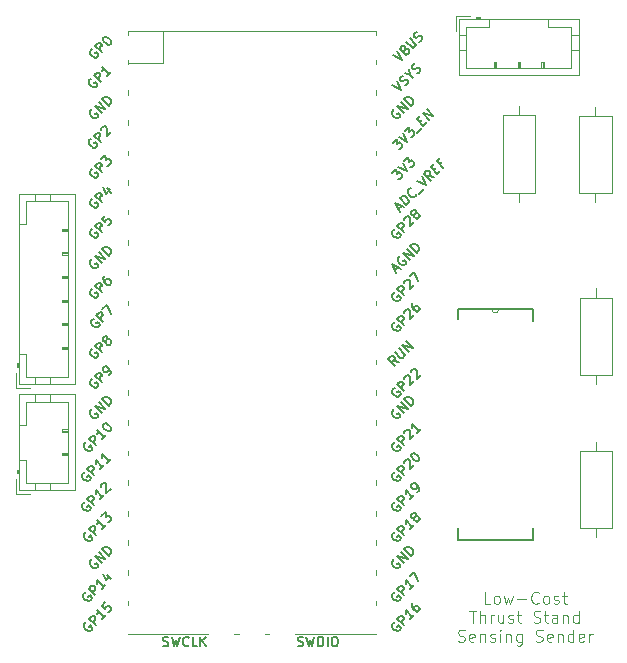
<source format=gbr>
%TF.GenerationSoftware,KiCad,Pcbnew,8.0.5*%
%TF.CreationDate,2024-10-21T18:00:16-04:00*%
%TF.ProjectId,Sensing_PCB,53656e73-696e-4675-9f50-43422e6b6963,rev?*%
%TF.SameCoordinates,Original*%
%TF.FileFunction,Legend,Top*%
%TF.FilePolarity,Positive*%
%FSLAX46Y46*%
G04 Gerber Fmt 4.6, Leading zero omitted, Abs format (unit mm)*
G04 Created by KiCad (PCBNEW 8.0.5) date 2024-10-21 18:00:16*
%MOMM*%
%LPD*%
G01*
G04 APERTURE LIST*
%ADD10C,0.100000*%
%ADD11C,0.150000*%
%ADD12C,0.120000*%
%ADD13C,0.152400*%
G04 APERTURE END LIST*
D10*
X174071428Y-158152531D02*
X173595238Y-158152531D01*
X173595238Y-158152531D02*
X173595238Y-157152531D01*
X174547619Y-158152531D02*
X174452381Y-158104912D01*
X174452381Y-158104912D02*
X174404762Y-158057292D01*
X174404762Y-158057292D02*
X174357143Y-157962054D01*
X174357143Y-157962054D02*
X174357143Y-157676340D01*
X174357143Y-157676340D02*
X174404762Y-157581102D01*
X174404762Y-157581102D02*
X174452381Y-157533483D01*
X174452381Y-157533483D02*
X174547619Y-157485864D01*
X174547619Y-157485864D02*
X174690476Y-157485864D01*
X174690476Y-157485864D02*
X174785714Y-157533483D01*
X174785714Y-157533483D02*
X174833333Y-157581102D01*
X174833333Y-157581102D02*
X174880952Y-157676340D01*
X174880952Y-157676340D02*
X174880952Y-157962054D01*
X174880952Y-157962054D02*
X174833333Y-158057292D01*
X174833333Y-158057292D02*
X174785714Y-158104912D01*
X174785714Y-158104912D02*
X174690476Y-158152531D01*
X174690476Y-158152531D02*
X174547619Y-158152531D01*
X175214286Y-157485864D02*
X175404762Y-158152531D01*
X175404762Y-158152531D02*
X175595238Y-157676340D01*
X175595238Y-157676340D02*
X175785714Y-158152531D01*
X175785714Y-158152531D02*
X175976190Y-157485864D01*
X176357143Y-157771578D02*
X177119048Y-157771578D01*
X178166666Y-158057292D02*
X178119047Y-158104912D01*
X178119047Y-158104912D02*
X177976190Y-158152531D01*
X177976190Y-158152531D02*
X177880952Y-158152531D01*
X177880952Y-158152531D02*
X177738095Y-158104912D01*
X177738095Y-158104912D02*
X177642857Y-158009673D01*
X177642857Y-158009673D02*
X177595238Y-157914435D01*
X177595238Y-157914435D02*
X177547619Y-157723959D01*
X177547619Y-157723959D02*
X177547619Y-157581102D01*
X177547619Y-157581102D02*
X177595238Y-157390626D01*
X177595238Y-157390626D02*
X177642857Y-157295388D01*
X177642857Y-157295388D02*
X177738095Y-157200150D01*
X177738095Y-157200150D02*
X177880952Y-157152531D01*
X177880952Y-157152531D02*
X177976190Y-157152531D01*
X177976190Y-157152531D02*
X178119047Y-157200150D01*
X178119047Y-157200150D02*
X178166666Y-157247769D01*
X178738095Y-158152531D02*
X178642857Y-158104912D01*
X178642857Y-158104912D02*
X178595238Y-158057292D01*
X178595238Y-158057292D02*
X178547619Y-157962054D01*
X178547619Y-157962054D02*
X178547619Y-157676340D01*
X178547619Y-157676340D02*
X178595238Y-157581102D01*
X178595238Y-157581102D02*
X178642857Y-157533483D01*
X178642857Y-157533483D02*
X178738095Y-157485864D01*
X178738095Y-157485864D02*
X178880952Y-157485864D01*
X178880952Y-157485864D02*
X178976190Y-157533483D01*
X178976190Y-157533483D02*
X179023809Y-157581102D01*
X179023809Y-157581102D02*
X179071428Y-157676340D01*
X179071428Y-157676340D02*
X179071428Y-157962054D01*
X179071428Y-157962054D02*
X179023809Y-158057292D01*
X179023809Y-158057292D02*
X178976190Y-158104912D01*
X178976190Y-158104912D02*
X178880952Y-158152531D01*
X178880952Y-158152531D02*
X178738095Y-158152531D01*
X179452381Y-158104912D02*
X179547619Y-158152531D01*
X179547619Y-158152531D02*
X179738095Y-158152531D01*
X179738095Y-158152531D02*
X179833333Y-158104912D01*
X179833333Y-158104912D02*
X179880952Y-158009673D01*
X179880952Y-158009673D02*
X179880952Y-157962054D01*
X179880952Y-157962054D02*
X179833333Y-157866816D01*
X179833333Y-157866816D02*
X179738095Y-157819197D01*
X179738095Y-157819197D02*
X179595238Y-157819197D01*
X179595238Y-157819197D02*
X179500000Y-157771578D01*
X179500000Y-157771578D02*
X179452381Y-157676340D01*
X179452381Y-157676340D02*
X179452381Y-157628721D01*
X179452381Y-157628721D02*
X179500000Y-157533483D01*
X179500000Y-157533483D02*
X179595238Y-157485864D01*
X179595238Y-157485864D02*
X179738095Y-157485864D01*
X179738095Y-157485864D02*
X179833333Y-157533483D01*
X180166667Y-157485864D02*
X180547619Y-157485864D01*
X180309524Y-157152531D02*
X180309524Y-158009673D01*
X180309524Y-158009673D02*
X180357143Y-158104912D01*
X180357143Y-158104912D02*
X180452381Y-158152531D01*
X180452381Y-158152531D02*
X180547619Y-158152531D01*
X172309523Y-158762475D02*
X172880951Y-158762475D01*
X172595237Y-159762475D02*
X172595237Y-158762475D01*
X173214285Y-159762475D02*
X173214285Y-158762475D01*
X173642856Y-159762475D02*
X173642856Y-159238665D01*
X173642856Y-159238665D02*
X173595237Y-159143427D01*
X173595237Y-159143427D02*
X173499999Y-159095808D01*
X173499999Y-159095808D02*
X173357142Y-159095808D01*
X173357142Y-159095808D02*
X173261904Y-159143427D01*
X173261904Y-159143427D02*
X173214285Y-159191046D01*
X174119047Y-159762475D02*
X174119047Y-159095808D01*
X174119047Y-159286284D02*
X174166666Y-159191046D01*
X174166666Y-159191046D02*
X174214285Y-159143427D01*
X174214285Y-159143427D02*
X174309523Y-159095808D01*
X174309523Y-159095808D02*
X174404761Y-159095808D01*
X175166666Y-159095808D02*
X175166666Y-159762475D01*
X174738095Y-159095808D02*
X174738095Y-159619617D01*
X174738095Y-159619617D02*
X174785714Y-159714856D01*
X174785714Y-159714856D02*
X174880952Y-159762475D01*
X174880952Y-159762475D02*
X175023809Y-159762475D01*
X175023809Y-159762475D02*
X175119047Y-159714856D01*
X175119047Y-159714856D02*
X175166666Y-159667236D01*
X175595238Y-159714856D02*
X175690476Y-159762475D01*
X175690476Y-159762475D02*
X175880952Y-159762475D01*
X175880952Y-159762475D02*
X175976190Y-159714856D01*
X175976190Y-159714856D02*
X176023809Y-159619617D01*
X176023809Y-159619617D02*
X176023809Y-159571998D01*
X176023809Y-159571998D02*
X175976190Y-159476760D01*
X175976190Y-159476760D02*
X175880952Y-159429141D01*
X175880952Y-159429141D02*
X175738095Y-159429141D01*
X175738095Y-159429141D02*
X175642857Y-159381522D01*
X175642857Y-159381522D02*
X175595238Y-159286284D01*
X175595238Y-159286284D02*
X175595238Y-159238665D01*
X175595238Y-159238665D02*
X175642857Y-159143427D01*
X175642857Y-159143427D02*
X175738095Y-159095808D01*
X175738095Y-159095808D02*
X175880952Y-159095808D01*
X175880952Y-159095808D02*
X175976190Y-159143427D01*
X176309524Y-159095808D02*
X176690476Y-159095808D01*
X176452381Y-158762475D02*
X176452381Y-159619617D01*
X176452381Y-159619617D02*
X176500000Y-159714856D01*
X176500000Y-159714856D02*
X176595238Y-159762475D01*
X176595238Y-159762475D02*
X176690476Y-159762475D01*
X177738096Y-159714856D02*
X177880953Y-159762475D01*
X177880953Y-159762475D02*
X178119048Y-159762475D01*
X178119048Y-159762475D02*
X178214286Y-159714856D01*
X178214286Y-159714856D02*
X178261905Y-159667236D01*
X178261905Y-159667236D02*
X178309524Y-159571998D01*
X178309524Y-159571998D02*
X178309524Y-159476760D01*
X178309524Y-159476760D02*
X178261905Y-159381522D01*
X178261905Y-159381522D02*
X178214286Y-159333903D01*
X178214286Y-159333903D02*
X178119048Y-159286284D01*
X178119048Y-159286284D02*
X177928572Y-159238665D01*
X177928572Y-159238665D02*
X177833334Y-159191046D01*
X177833334Y-159191046D02*
X177785715Y-159143427D01*
X177785715Y-159143427D02*
X177738096Y-159048189D01*
X177738096Y-159048189D02*
X177738096Y-158952951D01*
X177738096Y-158952951D02*
X177785715Y-158857713D01*
X177785715Y-158857713D02*
X177833334Y-158810094D01*
X177833334Y-158810094D02*
X177928572Y-158762475D01*
X177928572Y-158762475D02*
X178166667Y-158762475D01*
X178166667Y-158762475D02*
X178309524Y-158810094D01*
X178595239Y-159095808D02*
X178976191Y-159095808D01*
X178738096Y-158762475D02*
X178738096Y-159619617D01*
X178738096Y-159619617D02*
X178785715Y-159714856D01*
X178785715Y-159714856D02*
X178880953Y-159762475D01*
X178880953Y-159762475D02*
X178976191Y-159762475D01*
X179738096Y-159762475D02*
X179738096Y-159238665D01*
X179738096Y-159238665D02*
X179690477Y-159143427D01*
X179690477Y-159143427D02*
X179595239Y-159095808D01*
X179595239Y-159095808D02*
X179404763Y-159095808D01*
X179404763Y-159095808D02*
X179309525Y-159143427D01*
X179738096Y-159714856D02*
X179642858Y-159762475D01*
X179642858Y-159762475D02*
X179404763Y-159762475D01*
X179404763Y-159762475D02*
X179309525Y-159714856D01*
X179309525Y-159714856D02*
X179261906Y-159619617D01*
X179261906Y-159619617D02*
X179261906Y-159524379D01*
X179261906Y-159524379D02*
X179309525Y-159429141D01*
X179309525Y-159429141D02*
X179404763Y-159381522D01*
X179404763Y-159381522D02*
X179642858Y-159381522D01*
X179642858Y-159381522D02*
X179738096Y-159333903D01*
X180214287Y-159095808D02*
X180214287Y-159762475D01*
X180214287Y-159191046D02*
X180261906Y-159143427D01*
X180261906Y-159143427D02*
X180357144Y-159095808D01*
X180357144Y-159095808D02*
X180500001Y-159095808D01*
X180500001Y-159095808D02*
X180595239Y-159143427D01*
X180595239Y-159143427D02*
X180642858Y-159238665D01*
X180642858Y-159238665D02*
X180642858Y-159762475D01*
X181547620Y-159762475D02*
X181547620Y-158762475D01*
X181547620Y-159714856D02*
X181452382Y-159762475D01*
X181452382Y-159762475D02*
X181261906Y-159762475D01*
X181261906Y-159762475D02*
X181166668Y-159714856D01*
X181166668Y-159714856D02*
X181119049Y-159667236D01*
X181119049Y-159667236D02*
X181071430Y-159571998D01*
X181071430Y-159571998D02*
X181071430Y-159286284D01*
X181071430Y-159286284D02*
X181119049Y-159191046D01*
X181119049Y-159191046D02*
X181166668Y-159143427D01*
X181166668Y-159143427D02*
X181261906Y-159095808D01*
X181261906Y-159095808D02*
X181452382Y-159095808D01*
X181452382Y-159095808D02*
X181547620Y-159143427D01*
X171357142Y-161324800D02*
X171499999Y-161372419D01*
X171499999Y-161372419D02*
X171738094Y-161372419D01*
X171738094Y-161372419D02*
X171833332Y-161324800D01*
X171833332Y-161324800D02*
X171880951Y-161277180D01*
X171880951Y-161277180D02*
X171928570Y-161181942D01*
X171928570Y-161181942D02*
X171928570Y-161086704D01*
X171928570Y-161086704D02*
X171880951Y-160991466D01*
X171880951Y-160991466D02*
X171833332Y-160943847D01*
X171833332Y-160943847D02*
X171738094Y-160896228D01*
X171738094Y-160896228D02*
X171547618Y-160848609D01*
X171547618Y-160848609D02*
X171452380Y-160800990D01*
X171452380Y-160800990D02*
X171404761Y-160753371D01*
X171404761Y-160753371D02*
X171357142Y-160658133D01*
X171357142Y-160658133D02*
X171357142Y-160562895D01*
X171357142Y-160562895D02*
X171404761Y-160467657D01*
X171404761Y-160467657D02*
X171452380Y-160420038D01*
X171452380Y-160420038D02*
X171547618Y-160372419D01*
X171547618Y-160372419D02*
X171785713Y-160372419D01*
X171785713Y-160372419D02*
X171928570Y-160420038D01*
X172738094Y-161324800D02*
X172642856Y-161372419D01*
X172642856Y-161372419D02*
X172452380Y-161372419D01*
X172452380Y-161372419D02*
X172357142Y-161324800D01*
X172357142Y-161324800D02*
X172309523Y-161229561D01*
X172309523Y-161229561D02*
X172309523Y-160848609D01*
X172309523Y-160848609D02*
X172357142Y-160753371D01*
X172357142Y-160753371D02*
X172452380Y-160705752D01*
X172452380Y-160705752D02*
X172642856Y-160705752D01*
X172642856Y-160705752D02*
X172738094Y-160753371D01*
X172738094Y-160753371D02*
X172785713Y-160848609D01*
X172785713Y-160848609D02*
X172785713Y-160943847D01*
X172785713Y-160943847D02*
X172309523Y-161039085D01*
X173214285Y-160705752D02*
X173214285Y-161372419D01*
X173214285Y-160800990D02*
X173261904Y-160753371D01*
X173261904Y-160753371D02*
X173357142Y-160705752D01*
X173357142Y-160705752D02*
X173499999Y-160705752D01*
X173499999Y-160705752D02*
X173595237Y-160753371D01*
X173595237Y-160753371D02*
X173642856Y-160848609D01*
X173642856Y-160848609D02*
X173642856Y-161372419D01*
X174071428Y-161324800D02*
X174166666Y-161372419D01*
X174166666Y-161372419D02*
X174357142Y-161372419D01*
X174357142Y-161372419D02*
X174452380Y-161324800D01*
X174452380Y-161324800D02*
X174499999Y-161229561D01*
X174499999Y-161229561D02*
X174499999Y-161181942D01*
X174499999Y-161181942D02*
X174452380Y-161086704D01*
X174452380Y-161086704D02*
X174357142Y-161039085D01*
X174357142Y-161039085D02*
X174214285Y-161039085D01*
X174214285Y-161039085D02*
X174119047Y-160991466D01*
X174119047Y-160991466D02*
X174071428Y-160896228D01*
X174071428Y-160896228D02*
X174071428Y-160848609D01*
X174071428Y-160848609D02*
X174119047Y-160753371D01*
X174119047Y-160753371D02*
X174214285Y-160705752D01*
X174214285Y-160705752D02*
X174357142Y-160705752D01*
X174357142Y-160705752D02*
X174452380Y-160753371D01*
X174928571Y-161372419D02*
X174928571Y-160705752D01*
X174928571Y-160372419D02*
X174880952Y-160420038D01*
X174880952Y-160420038D02*
X174928571Y-160467657D01*
X174928571Y-160467657D02*
X174976190Y-160420038D01*
X174976190Y-160420038D02*
X174928571Y-160372419D01*
X174928571Y-160372419D02*
X174928571Y-160467657D01*
X175404761Y-160705752D02*
X175404761Y-161372419D01*
X175404761Y-160800990D02*
X175452380Y-160753371D01*
X175452380Y-160753371D02*
X175547618Y-160705752D01*
X175547618Y-160705752D02*
X175690475Y-160705752D01*
X175690475Y-160705752D02*
X175785713Y-160753371D01*
X175785713Y-160753371D02*
X175833332Y-160848609D01*
X175833332Y-160848609D02*
X175833332Y-161372419D01*
X176738094Y-160705752D02*
X176738094Y-161515276D01*
X176738094Y-161515276D02*
X176690475Y-161610514D01*
X176690475Y-161610514D02*
X176642856Y-161658133D01*
X176642856Y-161658133D02*
X176547618Y-161705752D01*
X176547618Y-161705752D02*
X176404761Y-161705752D01*
X176404761Y-161705752D02*
X176309523Y-161658133D01*
X176738094Y-161324800D02*
X176642856Y-161372419D01*
X176642856Y-161372419D02*
X176452380Y-161372419D01*
X176452380Y-161372419D02*
X176357142Y-161324800D01*
X176357142Y-161324800D02*
X176309523Y-161277180D01*
X176309523Y-161277180D02*
X176261904Y-161181942D01*
X176261904Y-161181942D02*
X176261904Y-160896228D01*
X176261904Y-160896228D02*
X176309523Y-160800990D01*
X176309523Y-160800990D02*
X176357142Y-160753371D01*
X176357142Y-160753371D02*
X176452380Y-160705752D01*
X176452380Y-160705752D02*
X176642856Y-160705752D01*
X176642856Y-160705752D02*
X176738094Y-160753371D01*
X177928571Y-161324800D02*
X178071428Y-161372419D01*
X178071428Y-161372419D02*
X178309523Y-161372419D01*
X178309523Y-161372419D02*
X178404761Y-161324800D01*
X178404761Y-161324800D02*
X178452380Y-161277180D01*
X178452380Y-161277180D02*
X178499999Y-161181942D01*
X178499999Y-161181942D02*
X178499999Y-161086704D01*
X178499999Y-161086704D02*
X178452380Y-160991466D01*
X178452380Y-160991466D02*
X178404761Y-160943847D01*
X178404761Y-160943847D02*
X178309523Y-160896228D01*
X178309523Y-160896228D02*
X178119047Y-160848609D01*
X178119047Y-160848609D02*
X178023809Y-160800990D01*
X178023809Y-160800990D02*
X177976190Y-160753371D01*
X177976190Y-160753371D02*
X177928571Y-160658133D01*
X177928571Y-160658133D02*
X177928571Y-160562895D01*
X177928571Y-160562895D02*
X177976190Y-160467657D01*
X177976190Y-160467657D02*
X178023809Y-160420038D01*
X178023809Y-160420038D02*
X178119047Y-160372419D01*
X178119047Y-160372419D02*
X178357142Y-160372419D01*
X178357142Y-160372419D02*
X178499999Y-160420038D01*
X179309523Y-161324800D02*
X179214285Y-161372419D01*
X179214285Y-161372419D02*
X179023809Y-161372419D01*
X179023809Y-161372419D02*
X178928571Y-161324800D01*
X178928571Y-161324800D02*
X178880952Y-161229561D01*
X178880952Y-161229561D02*
X178880952Y-160848609D01*
X178880952Y-160848609D02*
X178928571Y-160753371D01*
X178928571Y-160753371D02*
X179023809Y-160705752D01*
X179023809Y-160705752D02*
X179214285Y-160705752D01*
X179214285Y-160705752D02*
X179309523Y-160753371D01*
X179309523Y-160753371D02*
X179357142Y-160848609D01*
X179357142Y-160848609D02*
X179357142Y-160943847D01*
X179357142Y-160943847D02*
X178880952Y-161039085D01*
X179785714Y-160705752D02*
X179785714Y-161372419D01*
X179785714Y-160800990D02*
X179833333Y-160753371D01*
X179833333Y-160753371D02*
X179928571Y-160705752D01*
X179928571Y-160705752D02*
X180071428Y-160705752D01*
X180071428Y-160705752D02*
X180166666Y-160753371D01*
X180166666Y-160753371D02*
X180214285Y-160848609D01*
X180214285Y-160848609D02*
X180214285Y-161372419D01*
X181119047Y-161372419D02*
X181119047Y-160372419D01*
X181119047Y-161324800D02*
X181023809Y-161372419D01*
X181023809Y-161372419D02*
X180833333Y-161372419D01*
X180833333Y-161372419D02*
X180738095Y-161324800D01*
X180738095Y-161324800D02*
X180690476Y-161277180D01*
X180690476Y-161277180D02*
X180642857Y-161181942D01*
X180642857Y-161181942D02*
X180642857Y-160896228D01*
X180642857Y-160896228D02*
X180690476Y-160800990D01*
X180690476Y-160800990D02*
X180738095Y-160753371D01*
X180738095Y-160753371D02*
X180833333Y-160705752D01*
X180833333Y-160705752D02*
X181023809Y-160705752D01*
X181023809Y-160705752D02*
X181119047Y-160753371D01*
X181976190Y-161324800D02*
X181880952Y-161372419D01*
X181880952Y-161372419D02*
X181690476Y-161372419D01*
X181690476Y-161372419D02*
X181595238Y-161324800D01*
X181595238Y-161324800D02*
X181547619Y-161229561D01*
X181547619Y-161229561D02*
X181547619Y-160848609D01*
X181547619Y-160848609D02*
X181595238Y-160753371D01*
X181595238Y-160753371D02*
X181690476Y-160705752D01*
X181690476Y-160705752D02*
X181880952Y-160705752D01*
X181880952Y-160705752D02*
X181976190Y-160753371D01*
X181976190Y-160753371D02*
X182023809Y-160848609D01*
X182023809Y-160848609D02*
X182023809Y-160943847D01*
X182023809Y-160943847D02*
X181547619Y-161039085D01*
X182452381Y-161372419D02*
X182452381Y-160705752D01*
X182452381Y-160896228D02*
X182500000Y-160800990D01*
X182500000Y-160800990D02*
X182547619Y-160753371D01*
X182547619Y-160753371D02*
X182642857Y-160705752D01*
X182642857Y-160705752D02*
X182738095Y-160705752D01*
D11*
X139718998Y-147020868D02*
X139638185Y-147047805D01*
X139638185Y-147047805D02*
X139557373Y-147128618D01*
X139557373Y-147128618D02*
X139503498Y-147236367D01*
X139503498Y-147236367D02*
X139503498Y-147344117D01*
X139503498Y-147344117D02*
X139530436Y-147424929D01*
X139530436Y-147424929D02*
X139611248Y-147559616D01*
X139611248Y-147559616D02*
X139692060Y-147640428D01*
X139692060Y-147640428D02*
X139826747Y-147721241D01*
X139826747Y-147721241D02*
X139907560Y-147748178D01*
X139907560Y-147748178D02*
X140015309Y-147748178D01*
X140015309Y-147748178D02*
X140123059Y-147694303D01*
X140123059Y-147694303D02*
X140176934Y-147640428D01*
X140176934Y-147640428D02*
X140230808Y-147532679D01*
X140230808Y-147532679D02*
X140230808Y-147478804D01*
X140230808Y-147478804D02*
X140042247Y-147290242D01*
X140042247Y-147290242D02*
X139934497Y-147397992D01*
X140527120Y-147290242D02*
X139961434Y-146724557D01*
X139961434Y-146724557D02*
X140176934Y-146509057D01*
X140176934Y-146509057D02*
X140257746Y-146482120D01*
X140257746Y-146482120D02*
X140311621Y-146482120D01*
X140311621Y-146482120D02*
X140392433Y-146509057D01*
X140392433Y-146509057D02*
X140473245Y-146589870D01*
X140473245Y-146589870D02*
X140500182Y-146670682D01*
X140500182Y-146670682D02*
X140500182Y-146724557D01*
X140500182Y-146724557D02*
X140473245Y-146805369D01*
X140473245Y-146805369D02*
X140257746Y-147020868D01*
X141389117Y-146428245D02*
X141065868Y-146751494D01*
X141227492Y-146589870D02*
X140661807Y-146024184D01*
X140661807Y-146024184D02*
X140688744Y-146158871D01*
X140688744Y-146158871D02*
X140688744Y-146266621D01*
X140688744Y-146266621D02*
X140661807Y-146347433D01*
X141927865Y-145889497D02*
X141604616Y-146212746D01*
X141766240Y-146051121D02*
X141200555Y-145485436D01*
X141200555Y-145485436D02*
X141227492Y-145620123D01*
X141227492Y-145620123D02*
X141227492Y-145727873D01*
X141227492Y-145727873D02*
X141200555Y-145808685D01*
X140388372Y-136591494D02*
X140307560Y-136618431D01*
X140307560Y-136618431D02*
X140226748Y-136699243D01*
X140226748Y-136699243D02*
X140172873Y-136806993D01*
X140172873Y-136806993D02*
X140172873Y-136914742D01*
X140172873Y-136914742D02*
X140199810Y-136995555D01*
X140199810Y-136995555D02*
X140280623Y-137130242D01*
X140280623Y-137130242D02*
X140361435Y-137211054D01*
X140361435Y-137211054D02*
X140496122Y-137291866D01*
X140496122Y-137291866D02*
X140576934Y-137318803D01*
X140576934Y-137318803D02*
X140684684Y-137318803D01*
X140684684Y-137318803D02*
X140792433Y-137264929D01*
X140792433Y-137264929D02*
X140846308Y-137211054D01*
X140846308Y-137211054D02*
X140900183Y-137103304D01*
X140900183Y-137103304D02*
X140900183Y-137049429D01*
X140900183Y-137049429D02*
X140711621Y-136860868D01*
X140711621Y-136860868D02*
X140603871Y-136968617D01*
X141196494Y-136860868D02*
X140630809Y-136295182D01*
X140630809Y-136295182D02*
X140846308Y-136079683D01*
X140846308Y-136079683D02*
X140927120Y-136052746D01*
X140927120Y-136052746D02*
X140980995Y-136052746D01*
X140980995Y-136052746D02*
X141061807Y-136079683D01*
X141061807Y-136079683D02*
X141142619Y-136160495D01*
X141142619Y-136160495D02*
X141169557Y-136241307D01*
X141169557Y-136241307D02*
X141169557Y-136295182D01*
X141169557Y-136295182D02*
X141142619Y-136375994D01*
X141142619Y-136375994D02*
X140927120Y-136591494D01*
X141519743Y-135891121D02*
X141438931Y-135918059D01*
X141438931Y-135918059D02*
X141385056Y-135918059D01*
X141385056Y-135918059D02*
X141304244Y-135891121D01*
X141304244Y-135891121D02*
X141277306Y-135864184D01*
X141277306Y-135864184D02*
X141250369Y-135783372D01*
X141250369Y-135783372D02*
X141250369Y-135729497D01*
X141250369Y-135729497D02*
X141277306Y-135648685D01*
X141277306Y-135648685D02*
X141385056Y-135540935D01*
X141385056Y-135540935D02*
X141465868Y-135513998D01*
X141465868Y-135513998D02*
X141519743Y-135513998D01*
X141519743Y-135513998D02*
X141600555Y-135540935D01*
X141600555Y-135540935D02*
X141627493Y-135567872D01*
X141627493Y-135567872D02*
X141654430Y-135648685D01*
X141654430Y-135648685D02*
X141654430Y-135702559D01*
X141654430Y-135702559D02*
X141627493Y-135783372D01*
X141627493Y-135783372D02*
X141519743Y-135891121D01*
X141519743Y-135891121D02*
X141492806Y-135971933D01*
X141492806Y-135971933D02*
X141492806Y-136025808D01*
X141492806Y-136025808D02*
X141519743Y-136106620D01*
X141519743Y-136106620D02*
X141627493Y-136214370D01*
X141627493Y-136214370D02*
X141708305Y-136241307D01*
X141708305Y-136241307D02*
X141762180Y-136241307D01*
X141762180Y-136241307D02*
X141842992Y-136214370D01*
X141842992Y-136214370D02*
X141950741Y-136106620D01*
X141950741Y-136106620D02*
X141977679Y-136025808D01*
X141977679Y-136025808D02*
X141977679Y-135971933D01*
X141977679Y-135971933D02*
X141950741Y-135891121D01*
X141950741Y-135891121D02*
X141842992Y-135783372D01*
X141842992Y-135783372D02*
X141762180Y-135756434D01*
X141762180Y-135756434D02*
X141708305Y-135756434D01*
X141708305Y-135756434D02*
X141627493Y-135783372D01*
X139818998Y-157180868D02*
X139738185Y-157207805D01*
X139738185Y-157207805D02*
X139657373Y-157288618D01*
X139657373Y-157288618D02*
X139603498Y-157396367D01*
X139603498Y-157396367D02*
X139603498Y-157504117D01*
X139603498Y-157504117D02*
X139630436Y-157584929D01*
X139630436Y-157584929D02*
X139711248Y-157719616D01*
X139711248Y-157719616D02*
X139792060Y-157800428D01*
X139792060Y-157800428D02*
X139926747Y-157881241D01*
X139926747Y-157881241D02*
X140007560Y-157908178D01*
X140007560Y-157908178D02*
X140115309Y-157908178D01*
X140115309Y-157908178D02*
X140223059Y-157854303D01*
X140223059Y-157854303D02*
X140276934Y-157800428D01*
X140276934Y-157800428D02*
X140330808Y-157692679D01*
X140330808Y-157692679D02*
X140330808Y-157638804D01*
X140330808Y-157638804D02*
X140142247Y-157450242D01*
X140142247Y-157450242D02*
X140034497Y-157557992D01*
X140627120Y-157450242D02*
X140061434Y-156884557D01*
X140061434Y-156884557D02*
X140276934Y-156669057D01*
X140276934Y-156669057D02*
X140357746Y-156642120D01*
X140357746Y-156642120D02*
X140411621Y-156642120D01*
X140411621Y-156642120D02*
X140492433Y-156669057D01*
X140492433Y-156669057D02*
X140573245Y-156749870D01*
X140573245Y-156749870D02*
X140600182Y-156830682D01*
X140600182Y-156830682D02*
X140600182Y-156884557D01*
X140600182Y-156884557D02*
X140573245Y-156965369D01*
X140573245Y-156965369D02*
X140357746Y-157180868D01*
X141489117Y-156588245D02*
X141165868Y-156911494D01*
X141327492Y-156749870D02*
X140761807Y-156184184D01*
X140761807Y-156184184D02*
X140788744Y-156318871D01*
X140788744Y-156318871D02*
X140788744Y-156426621D01*
X140788744Y-156426621D02*
X140761807Y-156507433D01*
X141596866Y-155726248D02*
X141973990Y-156103372D01*
X141246680Y-155645436D02*
X141516054Y-156184184D01*
X141516054Y-156184184D02*
X141866240Y-155833998D01*
X140361435Y-154398431D02*
X140280623Y-154425368D01*
X140280623Y-154425368D02*
X140199811Y-154506180D01*
X140199811Y-154506180D02*
X140145936Y-154613930D01*
X140145936Y-154613930D02*
X140145936Y-154721680D01*
X140145936Y-154721680D02*
X140172873Y-154802492D01*
X140172873Y-154802492D02*
X140253685Y-154937179D01*
X140253685Y-154937179D02*
X140334498Y-155017991D01*
X140334498Y-155017991D02*
X140469185Y-155098803D01*
X140469185Y-155098803D02*
X140549997Y-155125741D01*
X140549997Y-155125741D02*
X140657746Y-155125741D01*
X140657746Y-155125741D02*
X140765496Y-155071866D01*
X140765496Y-155071866D02*
X140819371Y-155017991D01*
X140819371Y-155017991D02*
X140873246Y-154910241D01*
X140873246Y-154910241D02*
X140873246Y-154856367D01*
X140873246Y-154856367D02*
X140684684Y-154667805D01*
X140684684Y-154667805D02*
X140576934Y-154775554D01*
X141169557Y-154667805D02*
X140603872Y-154102119D01*
X140603872Y-154102119D02*
X141492806Y-154344556D01*
X141492806Y-154344556D02*
X140927120Y-153778871D01*
X141762180Y-154075182D02*
X141196494Y-153509497D01*
X141196494Y-153509497D02*
X141331181Y-153374810D01*
X141331181Y-153374810D02*
X141438931Y-153320935D01*
X141438931Y-153320935D02*
X141546680Y-153320935D01*
X141546680Y-153320935D02*
X141627493Y-153347872D01*
X141627493Y-153347872D02*
X141762180Y-153428685D01*
X141762180Y-153428685D02*
X141842992Y-153509497D01*
X141842992Y-153509497D02*
X141923804Y-153644184D01*
X141923804Y-153644184D02*
X141950741Y-153724996D01*
X141950741Y-153724996D02*
X141950741Y-153832746D01*
X141950741Y-153832746D02*
X141896867Y-153940495D01*
X141896867Y-153940495D02*
X141762180Y-154075182D01*
X140488372Y-134021494D02*
X140407560Y-134048431D01*
X140407560Y-134048431D02*
X140326748Y-134129243D01*
X140326748Y-134129243D02*
X140272873Y-134236993D01*
X140272873Y-134236993D02*
X140272873Y-134344742D01*
X140272873Y-134344742D02*
X140299810Y-134425555D01*
X140299810Y-134425555D02*
X140380623Y-134560242D01*
X140380623Y-134560242D02*
X140461435Y-134641054D01*
X140461435Y-134641054D02*
X140596122Y-134721866D01*
X140596122Y-134721866D02*
X140676934Y-134748803D01*
X140676934Y-134748803D02*
X140784684Y-134748803D01*
X140784684Y-134748803D02*
X140892433Y-134694929D01*
X140892433Y-134694929D02*
X140946308Y-134641054D01*
X140946308Y-134641054D02*
X141000183Y-134533304D01*
X141000183Y-134533304D02*
X141000183Y-134479429D01*
X141000183Y-134479429D02*
X140811621Y-134290868D01*
X140811621Y-134290868D02*
X140703871Y-134398617D01*
X141296494Y-134290868D02*
X140730809Y-133725182D01*
X140730809Y-133725182D02*
X140946308Y-133509683D01*
X140946308Y-133509683D02*
X141027120Y-133482746D01*
X141027120Y-133482746D02*
X141080995Y-133482746D01*
X141080995Y-133482746D02*
X141161807Y-133509683D01*
X141161807Y-133509683D02*
X141242619Y-133590495D01*
X141242619Y-133590495D02*
X141269557Y-133671307D01*
X141269557Y-133671307D02*
X141269557Y-133725182D01*
X141269557Y-133725182D02*
X141242619Y-133805994D01*
X141242619Y-133805994D02*
X141027120Y-134021494D01*
X141242619Y-133213372D02*
X141619743Y-132836248D01*
X141619743Y-132836248D02*
X141942992Y-133644370D01*
X165972998Y-126446868D02*
X165892185Y-126473805D01*
X165892185Y-126473805D02*
X165811373Y-126554618D01*
X165811373Y-126554618D02*
X165757498Y-126662367D01*
X165757498Y-126662367D02*
X165757498Y-126770117D01*
X165757498Y-126770117D02*
X165784436Y-126850929D01*
X165784436Y-126850929D02*
X165865248Y-126985616D01*
X165865248Y-126985616D02*
X165946060Y-127066428D01*
X165946060Y-127066428D02*
X166080747Y-127147241D01*
X166080747Y-127147241D02*
X166161560Y-127174178D01*
X166161560Y-127174178D02*
X166269309Y-127174178D01*
X166269309Y-127174178D02*
X166377059Y-127120303D01*
X166377059Y-127120303D02*
X166430934Y-127066428D01*
X166430934Y-127066428D02*
X166484808Y-126958679D01*
X166484808Y-126958679D02*
X166484808Y-126904804D01*
X166484808Y-126904804D02*
X166296247Y-126716242D01*
X166296247Y-126716242D02*
X166188497Y-126823992D01*
X166781120Y-126716242D02*
X166215434Y-126150557D01*
X166215434Y-126150557D02*
X166430934Y-125935057D01*
X166430934Y-125935057D02*
X166511746Y-125908120D01*
X166511746Y-125908120D02*
X166565621Y-125908120D01*
X166565621Y-125908120D02*
X166646433Y-125935057D01*
X166646433Y-125935057D02*
X166727245Y-126015870D01*
X166727245Y-126015870D02*
X166754182Y-126096682D01*
X166754182Y-126096682D02*
X166754182Y-126150557D01*
X166754182Y-126150557D02*
X166727245Y-126231369D01*
X166727245Y-126231369D02*
X166511746Y-126446868D01*
X166808057Y-125665683D02*
X166808057Y-125611809D01*
X166808057Y-125611809D02*
X166834995Y-125530996D01*
X166834995Y-125530996D02*
X166969682Y-125396309D01*
X166969682Y-125396309D02*
X167050494Y-125369372D01*
X167050494Y-125369372D02*
X167104369Y-125369372D01*
X167104369Y-125369372D02*
X167185181Y-125396309D01*
X167185181Y-125396309D02*
X167239056Y-125450184D01*
X167239056Y-125450184D02*
X167292930Y-125557934D01*
X167292930Y-125557934D02*
X167292930Y-126204431D01*
X167292930Y-126204431D02*
X167643117Y-125854245D01*
X167643117Y-125207747D02*
X167562305Y-125234685D01*
X167562305Y-125234685D02*
X167508430Y-125234685D01*
X167508430Y-125234685D02*
X167427618Y-125207747D01*
X167427618Y-125207747D02*
X167400680Y-125180810D01*
X167400680Y-125180810D02*
X167373743Y-125099998D01*
X167373743Y-125099998D02*
X167373743Y-125046123D01*
X167373743Y-125046123D02*
X167400680Y-124965311D01*
X167400680Y-124965311D02*
X167508430Y-124857561D01*
X167508430Y-124857561D02*
X167589242Y-124830624D01*
X167589242Y-124830624D02*
X167643117Y-124830624D01*
X167643117Y-124830624D02*
X167723929Y-124857561D01*
X167723929Y-124857561D02*
X167750866Y-124884499D01*
X167750866Y-124884499D02*
X167777804Y-124965311D01*
X167777804Y-124965311D02*
X167777804Y-125019186D01*
X167777804Y-125019186D02*
X167750866Y-125099998D01*
X167750866Y-125099998D02*
X167643117Y-125207747D01*
X167643117Y-125207747D02*
X167616179Y-125288560D01*
X167616179Y-125288560D02*
X167616179Y-125342434D01*
X167616179Y-125342434D02*
X167643117Y-125423247D01*
X167643117Y-125423247D02*
X167750866Y-125530996D01*
X167750866Y-125530996D02*
X167831679Y-125557934D01*
X167831679Y-125557934D02*
X167885553Y-125557934D01*
X167885553Y-125557934D02*
X167966366Y-125530996D01*
X167966366Y-125530996D02*
X168074115Y-125423247D01*
X168074115Y-125423247D02*
X168101053Y-125342434D01*
X168101053Y-125342434D02*
X168101053Y-125288560D01*
X168101053Y-125288560D02*
X168074115Y-125207747D01*
X168074115Y-125207747D02*
X167966366Y-125099998D01*
X167966366Y-125099998D02*
X167885553Y-125073060D01*
X167885553Y-125073060D02*
X167831679Y-125073060D01*
X167831679Y-125073060D02*
X167750866Y-125099998D01*
X140288372Y-118811494D02*
X140207560Y-118838431D01*
X140207560Y-118838431D02*
X140126748Y-118919243D01*
X140126748Y-118919243D02*
X140072873Y-119026993D01*
X140072873Y-119026993D02*
X140072873Y-119134742D01*
X140072873Y-119134742D02*
X140099810Y-119215555D01*
X140099810Y-119215555D02*
X140180623Y-119350242D01*
X140180623Y-119350242D02*
X140261435Y-119431054D01*
X140261435Y-119431054D02*
X140396122Y-119511866D01*
X140396122Y-119511866D02*
X140476934Y-119538803D01*
X140476934Y-119538803D02*
X140584684Y-119538803D01*
X140584684Y-119538803D02*
X140692433Y-119484929D01*
X140692433Y-119484929D02*
X140746308Y-119431054D01*
X140746308Y-119431054D02*
X140800183Y-119323304D01*
X140800183Y-119323304D02*
X140800183Y-119269429D01*
X140800183Y-119269429D02*
X140611621Y-119080868D01*
X140611621Y-119080868D02*
X140503871Y-119188617D01*
X141096494Y-119080868D02*
X140530809Y-118515182D01*
X140530809Y-118515182D02*
X140746308Y-118299683D01*
X140746308Y-118299683D02*
X140827120Y-118272746D01*
X140827120Y-118272746D02*
X140880995Y-118272746D01*
X140880995Y-118272746D02*
X140961807Y-118299683D01*
X140961807Y-118299683D02*
X141042619Y-118380495D01*
X141042619Y-118380495D02*
X141069557Y-118461307D01*
X141069557Y-118461307D02*
X141069557Y-118515182D01*
X141069557Y-118515182D02*
X141042619Y-118595994D01*
X141042619Y-118595994D02*
X140827120Y-118811494D01*
X141123432Y-118030309D02*
X141123432Y-117976434D01*
X141123432Y-117976434D02*
X141150369Y-117895622D01*
X141150369Y-117895622D02*
X141285056Y-117760935D01*
X141285056Y-117760935D02*
X141365868Y-117733998D01*
X141365868Y-117733998D02*
X141419743Y-117733998D01*
X141419743Y-117733998D02*
X141500555Y-117760935D01*
X141500555Y-117760935D02*
X141554430Y-117814810D01*
X141554430Y-117814810D02*
X141608305Y-117922559D01*
X141608305Y-117922559D02*
X141608305Y-118569057D01*
X141608305Y-118569057D02*
X141958491Y-118218871D01*
X165961435Y-116298431D02*
X165880623Y-116325368D01*
X165880623Y-116325368D02*
X165799811Y-116406180D01*
X165799811Y-116406180D02*
X165745936Y-116513930D01*
X165745936Y-116513930D02*
X165745936Y-116621680D01*
X165745936Y-116621680D02*
X165772873Y-116702492D01*
X165772873Y-116702492D02*
X165853685Y-116837179D01*
X165853685Y-116837179D02*
X165934498Y-116917991D01*
X165934498Y-116917991D02*
X166069185Y-116998803D01*
X166069185Y-116998803D02*
X166149997Y-117025741D01*
X166149997Y-117025741D02*
X166257746Y-117025741D01*
X166257746Y-117025741D02*
X166365496Y-116971866D01*
X166365496Y-116971866D02*
X166419371Y-116917991D01*
X166419371Y-116917991D02*
X166473246Y-116810241D01*
X166473246Y-116810241D02*
X166473246Y-116756367D01*
X166473246Y-116756367D02*
X166284684Y-116567805D01*
X166284684Y-116567805D02*
X166176934Y-116675554D01*
X166769557Y-116567805D02*
X166203872Y-116002119D01*
X166203872Y-116002119D02*
X167092806Y-116244556D01*
X167092806Y-116244556D02*
X166527120Y-115678871D01*
X167362180Y-115975182D02*
X166796494Y-115409497D01*
X166796494Y-115409497D02*
X166931181Y-115274810D01*
X166931181Y-115274810D02*
X167038931Y-115220935D01*
X167038931Y-115220935D02*
X167146680Y-115220935D01*
X167146680Y-115220935D02*
X167227493Y-115247872D01*
X167227493Y-115247872D02*
X167362180Y-115328685D01*
X167362180Y-115328685D02*
X167442992Y-115409497D01*
X167442992Y-115409497D02*
X167523804Y-115544184D01*
X167523804Y-115544184D02*
X167550741Y-115624996D01*
X167550741Y-115624996D02*
X167550741Y-115732746D01*
X167550741Y-115732746D02*
X167496867Y-115840495D01*
X167496867Y-115840495D02*
X167362180Y-115975182D01*
X139864998Y-144480868D02*
X139784185Y-144507805D01*
X139784185Y-144507805D02*
X139703373Y-144588618D01*
X139703373Y-144588618D02*
X139649498Y-144696367D01*
X139649498Y-144696367D02*
X139649498Y-144804117D01*
X139649498Y-144804117D02*
X139676436Y-144884929D01*
X139676436Y-144884929D02*
X139757248Y-145019616D01*
X139757248Y-145019616D02*
X139838060Y-145100428D01*
X139838060Y-145100428D02*
X139972747Y-145181241D01*
X139972747Y-145181241D02*
X140053560Y-145208178D01*
X140053560Y-145208178D02*
X140161309Y-145208178D01*
X140161309Y-145208178D02*
X140269059Y-145154303D01*
X140269059Y-145154303D02*
X140322934Y-145100428D01*
X140322934Y-145100428D02*
X140376808Y-144992679D01*
X140376808Y-144992679D02*
X140376808Y-144938804D01*
X140376808Y-144938804D02*
X140188247Y-144750242D01*
X140188247Y-144750242D02*
X140080497Y-144857992D01*
X140673120Y-144750242D02*
X140107434Y-144184557D01*
X140107434Y-144184557D02*
X140322934Y-143969057D01*
X140322934Y-143969057D02*
X140403746Y-143942120D01*
X140403746Y-143942120D02*
X140457621Y-143942120D01*
X140457621Y-143942120D02*
X140538433Y-143969057D01*
X140538433Y-143969057D02*
X140619245Y-144049870D01*
X140619245Y-144049870D02*
X140646182Y-144130682D01*
X140646182Y-144130682D02*
X140646182Y-144184557D01*
X140646182Y-144184557D02*
X140619245Y-144265369D01*
X140619245Y-144265369D02*
X140403746Y-144480868D01*
X141535117Y-143888245D02*
X141211868Y-144211494D01*
X141373492Y-144049870D02*
X140807807Y-143484184D01*
X140807807Y-143484184D02*
X140834744Y-143618871D01*
X140834744Y-143618871D02*
X140834744Y-143726621D01*
X140834744Y-143726621D02*
X140807807Y-143807433D01*
X141319618Y-142972373D02*
X141373492Y-142918499D01*
X141373492Y-142918499D02*
X141454305Y-142891561D01*
X141454305Y-142891561D02*
X141508179Y-142891561D01*
X141508179Y-142891561D02*
X141588992Y-142918499D01*
X141588992Y-142918499D02*
X141723679Y-142999311D01*
X141723679Y-142999311D02*
X141858366Y-143133998D01*
X141858366Y-143133998D02*
X141939178Y-143268685D01*
X141939178Y-143268685D02*
X141966115Y-143349497D01*
X141966115Y-143349497D02*
X141966115Y-143403372D01*
X141966115Y-143403372D02*
X141939178Y-143484184D01*
X141939178Y-143484184D02*
X141885303Y-143538059D01*
X141885303Y-143538059D02*
X141804491Y-143564996D01*
X141804491Y-143564996D02*
X141750616Y-143564996D01*
X141750616Y-143564996D02*
X141669804Y-143538059D01*
X141669804Y-143538059D02*
X141535117Y-143457247D01*
X141535117Y-143457247D02*
X141400430Y-143322560D01*
X141400430Y-143322560D02*
X141319618Y-143187873D01*
X141319618Y-143187873D02*
X141292680Y-143107060D01*
X141292680Y-143107060D02*
X141292680Y-143053186D01*
X141292680Y-143053186D02*
X141319618Y-142972373D01*
X165797407Y-119158584D02*
X166147593Y-118808398D01*
X166147593Y-118808398D02*
X166174531Y-119212459D01*
X166174531Y-119212459D02*
X166255343Y-119131646D01*
X166255343Y-119131646D02*
X166336155Y-119104709D01*
X166336155Y-119104709D02*
X166390030Y-119104709D01*
X166390030Y-119104709D02*
X166470842Y-119131646D01*
X166470842Y-119131646D02*
X166605529Y-119266333D01*
X166605529Y-119266333D02*
X166632467Y-119347146D01*
X166632467Y-119347146D02*
X166632467Y-119401020D01*
X166632467Y-119401020D02*
X166605529Y-119481833D01*
X166605529Y-119481833D02*
X166443905Y-119643457D01*
X166443905Y-119643457D02*
X166363093Y-119670394D01*
X166363093Y-119670394D02*
X166309218Y-119670394D01*
X166309218Y-118646773D02*
X167063465Y-119023897D01*
X167063465Y-119023897D02*
X166686342Y-118269649D01*
X166821028Y-118134963D02*
X167171215Y-117784776D01*
X167171215Y-117784776D02*
X167198152Y-118188837D01*
X167198152Y-118188837D02*
X167278964Y-118108025D01*
X167278964Y-118108025D02*
X167359776Y-118081088D01*
X167359776Y-118081088D02*
X167413651Y-118081088D01*
X167413651Y-118081088D02*
X167494464Y-118108025D01*
X167494464Y-118108025D02*
X167629151Y-118242712D01*
X167629151Y-118242712D02*
X167656088Y-118323524D01*
X167656088Y-118323524D02*
X167656088Y-118377399D01*
X167656088Y-118377399D02*
X167629151Y-118458211D01*
X167629151Y-118458211D02*
X167467526Y-118619836D01*
X167467526Y-118619836D02*
X167386714Y-118646773D01*
X167386714Y-118646773D02*
X167332839Y-118646773D01*
X167898525Y-118296587D02*
X168329523Y-117865588D01*
X168114024Y-117380715D02*
X168302586Y-117192153D01*
X168679709Y-117407652D02*
X168410335Y-117677026D01*
X168410335Y-117677026D02*
X167844650Y-117111341D01*
X167844650Y-117111341D02*
X168114024Y-116841967D01*
X168922146Y-117165215D02*
X168356461Y-116599530D01*
X168356461Y-116599530D02*
X169245395Y-116841967D01*
X169245395Y-116841967D02*
X168679710Y-116276281D01*
X157779761Y-161724200D02*
X157894047Y-161762295D01*
X157894047Y-161762295D02*
X158084523Y-161762295D01*
X158084523Y-161762295D02*
X158160714Y-161724200D01*
X158160714Y-161724200D02*
X158198809Y-161686104D01*
X158198809Y-161686104D02*
X158236904Y-161609914D01*
X158236904Y-161609914D02*
X158236904Y-161533723D01*
X158236904Y-161533723D02*
X158198809Y-161457533D01*
X158198809Y-161457533D02*
X158160714Y-161419438D01*
X158160714Y-161419438D02*
X158084523Y-161381342D01*
X158084523Y-161381342D02*
X157932142Y-161343247D01*
X157932142Y-161343247D02*
X157855952Y-161305152D01*
X157855952Y-161305152D02*
X157817857Y-161267057D01*
X157817857Y-161267057D02*
X157779761Y-161190866D01*
X157779761Y-161190866D02*
X157779761Y-161114676D01*
X157779761Y-161114676D02*
X157817857Y-161038485D01*
X157817857Y-161038485D02*
X157855952Y-161000390D01*
X157855952Y-161000390D02*
X157932142Y-160962295D01*
X157932142Y-160962295D02*
X158122619Y-160962295D01*
X158122619Y-160962295D02*
X158236904Y-161000390D01*
X158503571Y-160962295D02*
X158694047Y-161762295D01*
X158694047Y-161762295D02*
X158846428Y-161190866D01*
X158846428Y-161190866D02*
X158998809Y-161762295D01*
X158998809Y-161762295D02*
X159189286Y-160962295D01*
X159494048Y-161762295D02*
X159494048Y-160962295D01*
X159494048Y-160962295D02*
X159684524Y-160962295D01*
X159684524Y-160962295D02*
X159798810Y-161000390D01*
X159798810Y-161000390D02*
X159875000Y-161076580D01*
X159875000Y-161076580D02*
X159913095Y-161152771D01*
X159913095Y-161152771D02*
X159951191Y-161305152D01*
X159951191Y-161305152D02*
X159951191Y-161419438D01*
X159951191Y-161419438D02*
X159913095Y-161571819D01*
X159913095Y-161571819D02*
X159875000Y-161648009D01*
X159875000Y-161648009D02*
X159798810Y-161724200D01*
X159798810Y-161724200D02*
X159684524Y-161762295D01*
X159684524Y-161762295D02*
X159494048Y-161762295D01*
X160294048Y-161762295D02*
X160294048Y-160962295D01*
X160827381Y-160962295D02*
X160979762Y-160962295D01*
X160979762Y-160962295D02*
X161055952Y-161000390D01*
X161055952Y-161000390D02*
X161132143Y-161076580D01*
X161132143Y-161076580D02*
X161170238Y-161228961D01*
X161170238Y-161228961D02*
X161170238Y-161495628D01*
X161170238Y-161495628D02*
X161132143Y-161648009D01*
X161132143Y-161648009D02*
X161055952Y-161724200D01*
X161055952Y-161724200D02*
X160979762Y-161762295D01*
X160979762Y-161762295D02*
X160827381Y-161762295D01*
X160827381Y-161762295D02*
X160751190Y-161724200D01*
X160751190Y-161724200D02*
X160675000Y-161648009D01*
X160675000Y-161648009D02*
X160636904Y-161495628D01*
X160636904Y-161495628D02*
X160636904Y-161228961D01*
X160636904Y-161228961D02*
X160675000Y-161076580D01*
X160675000Y-161076580D02*
X160751190Y-161000390D01*
X160751190Y-161000390D02*
X160827381Y-160962295D01*
X165972998Y-147020868D02*
X165892185Y-147047805D01*
X165892185Y-147047805D02*
X165811373Y-147128618D01*
X165811373Y-147128618D02*
X165757498Y-147236367D01*
X165757498Y-147236367D02*
X165757498Y-147344117D01*
X165757498Y-147344117D02*
X165784436Y-147424929D01*
X165784436Y-147424929D02*
X165865248Y-147559616D01*
X165865248Y-147559616D02*
X165946060Y-147640428D01*
X165946060Y-147640428D02*
X166080747Y-147721241D01*
X166080747Y-147721241D02*
X166161560Y-147748178D01*
X166161560Y-147748178D02*
X166269309Y-147748178D01*
X166269309Y-147748178D02*
X166377059Y-147694303D01*
X166377059Y-147694303D02*
X166430934Y-147640428D01*
X166430934Y-147640428D02*
X166484808Y-147532679D01*
X166484808Y-147532679D02*
X166484808Y-147478804D01*
X166484808Y-147478804D02*
X166296247Y-147290242D01*
X166296247Y-147290242D02*
X166188497Y-147397992D01*
X166781120Y-147290242D02*
X166215434Y-146724557D01*
X166215434Y-146724557D02*
X166430934Y-146509057D01*
X166430934Y-146509057D02*
X166511746Y-146482120D01*
X166511746Y-146482120D02*
X166565621Y-146482120D01*
X166565621Y-146482120D02*
X166646433Y-146509057D01*
X166646433Y-146509057D02*
X166727245Y-146589870D01*
X166727245Y-146589870D02*
X166754182Y-146670682D01*
X166754182Y-146670682D02*
X166754182Y-146724557D01*
X166754182Y-146724557D02*
X166727245Y-146805369D01*
X166727245Y-146805369D02*
X166511746Y-147020868D01*
X166808057Y-146239683D02*
X166808057Y-146185809D01*
X166808057Y-146185809D02*
X166834995Y-146104996D01*
X166834995Y-146104996D02*
X166969682Y-145970309D01*
X166969682Y-145970309D02*
X167050494Y-145943372D01*
X167050494Y-145943372D02*
X167104369Y-145943372D01*
X167104369Y-145943372D02*
X167185181Y-145970309D01*
X167185181Y-145970309D02*
X167239056Y-146024184D01*
X167239056Y-146024184D02*
X167292930Y-146131934D01*
X167292930Y-146131934D02*
X167292930Y-146778431D01*
X167292930Y-146778431D02*
X167643117Y-146428245D01*
X167427618Y-145512373D02*
X167481492Y-145458499D01*
X167481492Y-145458499D02*
X167562305Y-145431561D01*
X167562305Y-145431561D02*
X167616179Y-145431561D01*
X167616179Y-145431561D02*
X167696992Y-145458499D01*
X167696992Y-145458499D02*
X167831679Y-145539311D01*
X167831679Y-145539311D02*
X167966366Y-145673998D01*
X167966366Y-145673998D02*
X168047178Y-145808685D01*
X168047178Y-145808685D02*
X168074115Y-145889497D01*
X168074115Y-145889497D02*
X168074115Y-145943372D01*
X168074115Y-145943372D02*
X168047178Y-146024184D01*
X168047178Y-146024184D02*
X167993303Y-146078059D01*
X167993303Y-146078059D02*
X167912491Y-146104996D01*
X167912491Y-146104996D02*
X167858616Y-146104996D01*
X167858616Y-146104996D02*
X167777804Y-146078059D01*
X167777804Y-146078059D02*
X167643117Y-145997247D01*
X167643117Y-145997247D02*
X167508430Y-145862560D01*
X167508430Y-145862560D02*
X167427618Y-145727873D01*
X167427618Y-145727873D02*
X167400680Y-145647060D01*
X167400680Y-145647060D02*
X167400680Y-145593186D01*
X167400680Y-145593186D02*
X167427618Y-145512373D01*
X165972998Y-149560868D02*
X165892185Y-149587805D01*
X165892185Y-149587805D02*
X165811373Y-149668618D01*
X165811373Y-149668618D02*
X165757498Y-149776367D01*
X165757498Y-149776367D02*
X165757498Y-149884117D01*
X165757498Y-149884117D02*
X165784436Y-149964929D01*
X165784436Y-149964929D02*
X165865248Y-150099616D01*
X165865248Y-150099616D02*
X165946060Y-150180428D01*
X165946060Y-150180428D02*
X166080747Y-150261241D01*
X166080747Y-150261241D02*
X166161560Y-150288178D01*
X166161560Y-150288178D02*
X166269309Y-150288178D01*
X166269309Y-150288178D02*
X166377059Y-150234303D01*
X166377059Y-150234303D02*
X166430934Y-150180428D01*
X166430934Y-150180428D02*
X166484808Y-150072679D01*
X166484808Y-150072679D02*
X166484808Y-150018804D01*
X166484808Y-150018804D02*
X166296247Y-149830242D01*
X166296247Y-149830242D02*
X166188497Y-149937992D01*
X166781120Y-149830242D02*
X166215434Y-149264557D01*
X166215434Y-149264557D02*
X166430934Y-149049057D01*
X166430934Y-149049057D02*
X166511746Y-149022120D01*
X166511746Y-149022120D02*
X166565621Y-149022120D01*
X166565621Y-149022120D02*
X166646433Y-149049057D01*
X166646433Y-149049057D02*
X166727245Y-149129870D01*
X166727245Y-149129870D02*
X166754182Y-149210682D01*
X166754182Y-149210682D02*
X166754182Y-149264557D01*
X166754182Y-149264557D02*
X166727245Y-149345369D01*
X166727245Y-149345369D02*
X166511746Y-149560868D01*
X167643117Y-148968245D02*
X167319868Y-149291494D01*
X167481492Y-149129870D02*
X166915807Y-148564184D01*
X166915807Y-148564184D02*
X166942744Y-148698871D01*
X166942744Y-148698871D02*
X166942744Y-148806621D01*
X166942744Y-148806621D02*
X166915807Y-148887433D01*
X167912491Y-148698871D02*
X168020240Y-148591121D01*
X168020240Y-148591121D02*
X168047178Y-148510309D01*
X168047178Y-148510309D02*
X168047178Y-148456434D01*
X168047178Y-148456434D02*
X168020240Y-148321747D01*
X168020240Y-148321747D02*
X167939428Y-148187060D01*
X167939428Y-148187060D02*
X167723929Y-147971561D01*
X167723929Y-147971561D02*
X167643117Y-147944624D01*
X167643117Y-147944624D02*
X167589242Y-147944624D01*
X167589242Y-147944624D02*
X167508430Y-147971561D01*
X167508430Y-147971561D02*
X167400680Y-148079311D01*
X167400680Y-148079311D02*
X167373743Y-148160123D01*
X167373743Y-148160123D02*
X167373743Y-148213998D01*
X167373743Y-148213998D02*
X167400680Y-148294810D01*
X167400680Y-148294810D02*
X167535367Y-148429497D01*
X167535367Y-148429497D02*
X167616179Y-148456434D01*
X167616179Y-148456434D02*
X167670054Y-148456434D01*
X167670054Y-148456434D02*
X167750866Y-148429497D01*
X167750866Y-148429497D02*
X167858616Y-148321747D01*
X167858616Y-148321747D02*
X167885553Y-148240935D01*
X167885553Y-148240935D02*
X167885553Y-148187060D01*
X167885553Y-148187060D02*
X167858616Y-148106248D01*
X146365475Y-161724200D02*
X146479761Y-161762295D01*
X146479761Y-161762295D02*
X146670237Y-161762295D01*
X146670237Y-161762295D02*
X146746428Y-161724200D01*
X146746428Y-161724200D02*
X146784523Y-161686104D01*
X146784523Y-161686104D02*
X146822618Y-161609914D01*
X146822618Y-161609914D02*
X146822618Y-161533723D01*
X146822618Y-161533723D02*
X146784523Y-161457533D01*
X146784523Y-161457533D02*
X146746428Y-161419438D01*
X146746428Y-161419438D02*
X146670237Y-161381342D01*
X146670237Y-161381342D02*
X146517856Y-161343247D01*
X146517856Y-161343247D02*
X146441666Y-161305152D01*
X146441666Y-161305152D02*
X146403571Y-161267057D01*
X146403571Y-161267057D02*
X146365475Y-161190866D01*
X146365475Y-161190866D02*
X146365475Y-161114676D01*
X146365475Y-161114676D02*
X146403571Y-161038485D01*
X146403571Y-161038485D02*
X146441666Y-161000390D01*
X146441666Y-161000390D02*
X146517856Y-160962295D01*
X146517856Y-160962295D02*
X146708333Y-160962295D01*
X146708333Y-160962295D02*
X146822618Y-161000390D01*
X147089285Y-160962295D02*
X147279761Y-161762295D01*
X147279761Y-161762295D02*
X147432142Y-161190866D01*
X147432142Y-161190866D02*
X147584523Y-161762295D01*
X147584523Y-161762295D02*
X147775000Y-160962295D01*
X148536905Y-161686104D02*
X148498809Y-161724200D01*
X148498809Y-161724200D02*
X148384524Y-161762295D01*
X148384524Y-161762295D02*
X148308333Y-161762295D01*
X148308333Y-161762295D02*
X148194047Y-161724200D01*
X148194047Y-161724200D02*
X148117857Y-161648009D01*
X148117857Y-161648009D02*
X148079762Y-161571819D01*
X148079762Y-161571819D02*
X148041666Y-161419438D01*
X148041666Y-161419438D02*
X148041666Y-161305152D01*
X148041666Y-161305152D02*
X148079762Y-161152771D01*
X148079762Y-161152771D02*
X148117857Y-161076580D01*
X148117857Y-161076580D02*
X148194047Y-161000390D01*
X148194047Y-161000390D02*
X148308333Y-160962295D01*
X148308333Y-160962295D02*
X148384524Y-160962295D01*
X148384524Y-160962295D02*
X148498809Y-161000390D01*
X148498809Y-161000390D02*
X148536905Y-161038485D01*
X149260714Y-161762295D02*
X148879762Y-161762295D01*
X148879762Y-161762295D02*
X148879762Y-160962295D01*
X149527381Y-161762295D02*
X149527381Y-160962295D01*
X149984524Y-161762295D02*
X149641666Y-161305152D01*
X149984524Y-160962295D02*
X149527381Y-161419438D01*
X140361435Y-116298431D02*
X140280623Y-116325368D01*
X140280623Y-116325368D02*
X140199811Y-116406180D01*
X140199811Y-116406180D02*
X140145936Y-116513930D01*
X140145936Y-116513930D02*
X140145936Y-116621680D01*
X140145936Y-116621680D02*
X140172873Y-116702492D01*
X140172873Y-116702492D02*
X140253685Y-116837179D01*
X140253685Y-116837179D02*
X140334498Y-116917991D01*
X140334498Y-116917991D02*
X140469185Y-116998803D01*
X140469185Y-116998803D02*
X140549997Y-117025741D01*
X140549997Y-117025741D02*
X140657746Y-117025741D01*
X140657746Y-117025741D02*
X140765496Y-116971866D01*
X140765496Y-116971866D02*
X140819371Y-116917991D01*
X140819371Y-116917991D02*
X140873246Y-116810241D01*
X140873246Y-116810241D02*
X140873246Y-116756367D01*
X140873246Y-116756367D02*
X140684684Y-116567805D01*
X140684684Y-116567805D02*
X140576934Y-116675554D01*
X141169557Y-116567805D02*
X140603872Y-116002119D01*
X140603872Y-116002119D02*
X141492806Y-116244556D01*
X141492806Y-116244556D02*
X140927120Y-115678871D01*
X141762180Y-115975182D02*
X141196494Y-115409497D01*
X141196494Y-115409497D02*
X141331181Y-115274810D01*
X141331181Y-115274810D02*
X141438931Y-115220935D01*
X141438931Y-115220935D02*
X141546680Y-115220935D01*
X141546680Y-115220935D02*
X141627493Y-115247872D01*
X141627493Y-115247872D02*
X141762180Y-115328685D01*
X141762180Y-115328685D02*
X141842992Y-115409497D01*
X141842992Y-115409497D02*
X141923804Y-115544184D01*
X141923804Y-115544184D02*
X141950741Y-115624996D01*
X141950741Y-115624996D02*
X141950741Y-115732746D01*
X141950741Y-115732746D02*
X141896867Y-115840495D01*
X141896867Y-115840495D02*
X141762180Y-115975182D01*
X166338651Y-137673710D02*
X165880716Y-137592898D01*
X166015403Y-137996959D02*
X165449717Y-137431274D01*
X165449717Y-137431274D02*
X165665216Y-137215775D01*
X165665216Y-137215775D02*
X165746029Y-137188837D01*
X165746029Y-137188837D02*
X165799903Y-137188837D01*
X165799903Y-137188837D02*
X165880716Y-137215775D01*
X165880716Y-137215775D02*
X165961528Y-137296587D01*
X165961528Y-137296587D02*
X165988465Y-137377399D01*
X165988465Y-137377399D02*
X165988465Y-137431274D01*
X165988465Y-137431274D02*
X165961528Y-137512086D01*
X165961528Y-137512086D02*
X165746029Y-137727585D01*
X166015403Y-136865588D02*
X166473338Y-137323524D01*
X166473338Y-137323524D02*
X166554151Y-137350462D01*
X166554151Y-137350462D02*
X166608025Y-137350462D01*
X166608025Y-137350462D02*
X166688838Y-137323524D01*
X166688838Y-137323524D02*
X166796587Y-137215775D01*
X166796587Y-137215775D02*
X166823525Y-137134962D01*
X166823525Y-137134962D02*
X166823525Y-137081088D01*
X166823525Y-137081088D02*
X166796587Y-137000275D01*
X166796587Y-137000275D02*
X166338651Y-136542340D01*
X167173711Y-136838651D02*
X166608025Y-136272966D01*
X166608025Y-136272966D02*
X167496959Y-136515402D01*
X167496959Y-136515402D02*
X166931274Y-135949717D01*
X140388372Y-111191494D02*
X140307560Y-111218431D01*
X140307560Y-111218431D02*
X140226748Y-111299243D01*
X140226748Y-111299243D02*
X140172873Y-111406993D01*
X140172873Y-111406993D02*
X140172873Y-111514742D01*
X140172873Y-111514742D02*
X140199810Y-111595555D01*
X140199810Y-111595555D02*
X140280623Y-111730242D01*
X140280623Y-111730242D02*
X140361435Y-111811054D01*
X140361435Y-111811054D02*
X140496122Y-111891866D01*
X140496122Y-111891866D02*
X140576934Y-111918803D01*
X140576934Y-111918803D02*
X140684684Y-111918803D01*
X140684684Y-111918803D02*
X140792433Y-111864929D01*
X140792433Y-111864929D02*
X140846308Y-111811054D01*
X140846308Y-111811054D02*
X140900183Y-111703304D01*
X140900183Y-111703304D02*
X140900183Y-111649429D01*
X140900183Y-111649429D02*
X140711621Y-111460868D01*
X140711621Y-111460868D02*
X140603871Y-111568617D01*
X141196494Y-111460868D02*
X140630809Y-110895182D01*
X140630809Y-110895182D02*
X140846308Y-110679683D01*
X140846308Y-110679683D02*
X140927120Y-110652746D01*
X140927120Y-110652746D02*
X140980995Y-110652746D01*
X140980995Y-110652746D02*
X141061807Y-110679683D01*
X141061807Y-110679683D02*
X141142619Y-110760495D01*
X141142619Y-110760495D02*
X141169557Y-110841307D01*
X141169557Y-110841307D02*
X141169557Y-110895182D01*
X141169557Y-110895182D02*
X141142619Y-110975994D01*
X141142619Y-110975994D02*
X140927120Y-111191494D01*
X141304244Y-110221747D02*
X141358119Y-110167872D01*
X141358119Y-110167872D02*
X141438931Y-110140935D01*
X141438931Y-110140935D02*
X141492806Y-110140935D01*
X141492806Y-110140935D02*
X141573618Y-110167872D01*
X141573618Y-110167872D02*
X141708305Y-110248685D01*
X141708305Y-110248685D02*
X141842992Y-110383372D01*
X141842992Y-110383372D02*
X141923804Y-110518059D01*
X141923804Y-110518059D02*
X141950741Y-110598871D01*
X141950741Y-110598871D02*
X141950741Y-110652746D01*
X141950741Y-110652746D02*
X141923804Y-110733558D01*
X141923804Y-110733558D02*
X141869929Y-110787433D01*
X141869929Y-110787433D02*
X141789117Y-110814370D01*
X141789117Y-110814370D02*
X141735242Y-110814370D01*
X141735242Y-110814370D02*
X141654430Y-110787433D01*
X141654430Y-110787433D02*
X141519743Y-110706620D01*
X141519743Y-110706620D02*
X141385056Y-110571933D01*
X141385056Y-110571933D02*
X141304244Y-110437246D01*
X141304244Y-110437246D02*
X141277306Y-110356434D01*
X141277306Y-110356434D02*
X141277306Y-110302559D01*
X141277306Y-110302559D02*
X141304244Y-110221747D01*
X165972998Y-131790868D02*
X165892185Y-131817805D01*
X165892185Y-131817805D02*
X165811373Y-131898618D01*
X165811373Y-131898618D02*
X165757498Y-132006367D01*
X165757498Y-132006367D02*
X165757498Y-132114117D01*
X165757498Y-132114117D02*
X165784436Y-132194929D01*
X165784436Y-132194929D02*
X165865248Y-132329616D01*
X165865248Y-132329616D02*
X165946060Y-132410428D01*
X165946060Y-132410428D02*
X166080747Y-132491241D01*
X166080747Y-132491241D02*
X166161560Y-132518178D01*
X166161560Y-132518178D02*
X166269309Y-132518178D01*
X166269309Y-132518178D02*
X166377059Y-132464303D01*
X166377059Y-132464303D02*
X166430934Y-132410428D01*
X166430934Y-132410428D02*
X166484808Y-132302679D01*
X166484808Y-132302679D02*
X166484808Y-132248804D01*
X166484808Y-132248804D02*
X166296247Y-132060242D01*
X166296247Y-132060242D02*
X166188497Y-132167992D01*
X166781120Y-132060242D02*
X166215434Y-131494557D01*
X166215434Y-131494557D02*
X166430934Y-131279057D01*
X166430934Y-131279057D02*
X166511746Y-131252120D01*
X166511746Y-131252120D02*
X166565621Y-131252120D01*
X166565621Y-131252120D02*
X166646433Y-131279057D01*
X166646433Y-131279057D02*
X166727245Y-131359870D01*
X166727245Y-131359870D02*
X166754182Y-131440682D01*
X166754182Y-131440682D02*
X166754182Y-131494557D01*
X166754182Y-131494557D02*
X166727245Y-131575369D01*
X166727245Y-131575369D02*
X166511746Y-131790868D01*
X166808057Y-131009683D02*
X166808057Y-130955809D01*
X166808057Y-130955809D02*
X166834995Y-130874996D01*
X166834995Y-130874996D02*
X166969682Y-130740309D01*
X166969682Y-130740309D02*
X167050494Y-130713372D01*
X167050494Y-130713372D02*
X167104369Y-130713372D01*
X167104369Y-130713372D02*
X167185181Y-130740309D01*
X167185181Y-130740309D02*
X167239056Y-130794184D01*
X167239056Y-130794184D02*
X167292930Y-130901934D01*
X167292930Y-130901934D02*
X167292930Y-131548431D01*
X167292930Y-131548431D02*
X167643117Y-131198245D01*
X167265993Y-130443998D02*
X167643117Y-130066874D01*
X167643117Y-130066874D02*
X167966366Y-130874996D01*
X140361435Y-128998431D02*
X140280623Y-129025368D01*
X140280623Y-129025368D02*
X140199811Y-129106180D01*
X140199811Y-129106180D02*
X140145936Y-129213930D01*
X140145936Y-129213930D02*
X140145936Y-129321680D01*
X140145936Y-129321680D02*
X140172873Y-129402492D01*
X140172873Y-129402492D02*
X140253685Y-129537179D01*
X140253685Y-129537179D02*
X140334498Y-129617991D01*
X140334498Y-129617991D02*
X140469185Y-129698803D01*
X140469185Y-129698803D02*
X140549997Y-129725741D01*
X140549997Y-129725741D02*
X140657746Y-129725741D01*
X140657746Y-129725741D02*
X140765496Y-129671866D01*
X140765496Y-129671866D02*
X140819371Y-129617991D01*
X140819371Y-129617991D02*
X140873246Y-129510241D01*
X140873246Y-129510241D02*
X140873246Y-129456367D01*
X140873246Y-129456367D02*
X140684684Y-129267805D01*
X140684684Y-129267805D02*
X140576934Y-129375554D01*
X141169557Y-129267805D02*
X140603872Y-128702119D01*
X140603872Y-128702119D02*
X141492806Y-128944556D01*
X141492806Y-128944556D02*
X140927120Y-128378871D01*
X141762180Y-128675182D02*
X141196494Y-128109497D01*
X141196494Y-128109497D02*
X141331181Y-127974810D01*
X141331181Y-127974810D02*
X141438931Y-127920935D01*
X141438931Y-127920935D02*
X141546680Y-127920935D01*
X141546680Y-127920935D02*
X141627493Y-127947872D01*
X141627493Y-127947872D02*
X141762180Y-128028685D01*
X141762180Y-128028685D02*
X141842992Y-128109497D01*
X141842992Y-128109497D02*
X141923804Y-128244184D01*
X141923804Y-128244184D02*
X141950741Y-128324996D01*
X141950741Y-128324996D02*
X141950741Y-128432746D01*
X141950741Y-128432746D02*
X141896867Y-128540495D01*
X141896867Y-128540495D02*
X141762180Y-128675182D01*
X140361435Y-141698431D02*
X140280623Y-141725368D01*
X140280623Y-141725368D02*
X140199811Y-141806180D01*
X140199811Y-141806180D02*
X140145936Y-141913930D01*
X140145936Y-141913930D02*
X140145936Y-142021680D01*
X140145936Y-142021680D02*
X140172873Y-142102492D01*
X140172873Y-142102492D02*
X140253685Y-142237179D01*
X140253685Y-142237179D02*
X140334498Y-142317991D01*
X140334498Y-142317991D02*
X140469185Y-142398803D01*
X140469185Y-142398803D02*
X140549997Y-142425741D01*
X140549997Y-142425741D02*
X140657746Y-142425741D01*
X140657746Y-142425741D02*
X140765496Y-142371866D01*
X140765496Y-142371866D02*
X140819371Y-142317991D01*
X140819371Y-142317991D02*
X140873246Y-142210241D01*
X140873246Y-142210241D02*
X140873246Y-142156367D01*
X140873246Y-142156367D02*
X140684684Y-141967805D01*
X140684684Y-141967805D02*
X140576934Y-142075554D01*
X141169557Y-141967805D02*
X140603872Y-141402119D01*
X140603872Y-141402119D02*
X141492806Y-141644556D01*
X141492806Y-141644556D02*
X140927120Y-141078871D01*
X141762180Y-141375182D02*
X141196494Y-140809497D01*
X141196494Y-140809497D02*
X141331181Y-140674810D01*
X141331181Y-140674810D02*
X141438931Y-140620935D01*
X141438931Y-140620935D02*
X141546680Y-140620935D01*
X141546680Y-140620935D02*
X141627493Y-140647872D01*
X141627493Y-140647872D02*
X141762180Y-140728685D01*
X141762180Y-140728685D02*
X141842992Y-140809497D01*
X141842992Y-140809497D02*
X141923804Y-140944184D01*
X141923804Y-140944184D02*
X141950741Y-141024996D01*
X141950741Y-141024996D02*
X141950741Y-141132746D01*
X141950741Y-141132746D02*
X141896867Y-141240495D01*
X141896867Y-141240495D02*
X141762180Y-141375182D01*
X165972998Y-144490868D02*
X165892185Y-144517805D01*
X165892185Y-144517805D02*
X165811373Y-144598618D01*
X165811373Y-144598618D02*
X165757498Y-144706367D01*
X165757498Y-144706367D02*
X165757498Y-144814117D01*
X165757498Y-144814117D02*
X165784436Y-144894929D01*
X165784436Y-144894929D02*
X165865248Y-145029616D01*
X165865248Y-145029616D02*
X165946060Y-145110428D01*
X165946060Y-145110428D02*
X166080747Y-145191241D01*
X166080747Y-145191241D02*
X166161560Y-145218178D01*
X166161560Y-145218178D02*
X166269309Y-145218178D01*
X166269309Y-145218178D02*
X166377059Y-145164303D01*
X166377059Y-145164303D02*
X166430934Y-145110428D01*
X166430934Y-145110428D02*
X166484808Y-145002679D01*
X166484808Y-145002679D02*
X166484808Y-144948804D01*
X166484808Y-144948804D02*
X166296247Y-144760242D01*
X166296247Y-144760242D02*
X166188497Y-144867992D01*
X166781120Y-144760242D02*
X166215434Y-144194557D01*
X166215434Y-144194557D02*
X166430934Y-143979057D01*
X166430934Y-143979057D02*
X166511746Y-143952120D01*
X166511746Y-143952120D02*
X166565621Y-143952120D01*
X166565621Y-143952120D02*
X166646433Y-143979057D01*
X166646433Y-143979057D02*
X166727245Y-144059870D01*
X166727245Y-144059870D02*
X166754182Y-144140682D01*
X166754182Y-144140682D02*
X166754182Y-144194557D01*
X166754182Y-144194557D02*
X166727245Y-144275369D01*
X166727245Y-144275369D02*
X166511746Y-144490868D01*
X166808057Y-143709683D02*
X166808057Y-143655809D01*
X166808057Y-143655809D02*
X166834995Y-143574996D01*
X166834995Y-143574996D02*
X166969682Y-143440309D01*
X166969682Y-143440309D02*
X167050494Y-143413372D01*
X167050494Y-143413372D02*
X167104369Y-143413372D01*
X167104369Y-143413372D02*
X167185181Y-143440309D01*
X167185181Y-143440309D02*
X167239056Y-143494184D01*
X167239056Y-143494184D02*
X167292930Y-143601934D01*
X167292930Y-143601934D02*
X167292930Y-144248431D01*
X167292930Y-144248431D02*
X167643117Y-143898245D01*
X168181865Y-143359497D02*
X167858616Y-143682746D01*
X168020240Y-143521121D02*
X167454555Y-142955436D01*
X167454555Y-142955436D02*
X167481492Y-143090123D01*
X167481492Y-143090123D02*
X167481492Y-143197873D01*
X167481492Y-143197873D02*
X167454555Y-143278685D01*
X165961435Y-154398431D02*
X165880623Y-154425368D01*
X165880623Y-154425368D02*
X165799811Y-154506180D01*
X165799811Y-154506180D02*
X165745936Y-154613930D01*
X165745936Y-154613930D02*
X165745936Y-154721680D01*
X165745936Y-154721680D02*
X165772873Y-154802492D01*
X165772873Y-154802492D02*
X165853685Y-154937179D01*
X165853685Y-154937179D02*
X165934498Y-155017991D01*
X165934498Y-155017991D02*
X166069185Y-155098803D01*
X166069185Y-155098803D02*
X166149997Y-155125741D01*
X166149997Y-155125741D02*
X166257746Y-155125741D01*
X166257746Y-155125741D02*
X166365496Y-155071866D01*
X166365496Y-155071866D02*
X166419371Y-155017991D01*
X166419371Y-155017991D02*
X166473246Y-154910241D01*
X166473246Y-154910241D02*
X166473246Y-154856367D01*
X166473246Y-154856367D02*
X166284684Y-154667805D01*
X166284684Y-154667805D02*
X166176934Y-154775554D01*
X166769557Y-154667805D02*
X166203872Y-154102119D01*
X166203872Y-154102119D02*
X167092806Y-154344556D01*
X167092806Y-154344556D02*
X166527120Y-153778871D01*
X167362180Y-154075182D02*
X166796494Y-153509497D01*
X166796494Y-153509497D02*
X166931181Y-153374810D01*
X166931181Y-153374810D02*
X167038931Y-153320935D01*
X167038931Y-153320935D02*
X167146680Y-153320935D01*
X167146680Y-153320935D02*
X167227493Y-153347872D01*
X167227493Y-153347872D02*
X167362180Y-153428685D01*
X167362180Y-153428685D02*
X167442992Y-153509497D01*
X167442992Y-153509497D02*
X167523804Y-153644184D01*
X167523804Y-153644184D02*
X167550741Y-153724996D01*
X167550741Y-153724996D02*
X167550741Y-153832746D01*
X167550741Y-153832746D02*
X167496867Y-153940495D01*
X167496867Y-153940495D02*
X167362180Y-154075182D01*
X140388372Y-123891494D02*
X140307560Y-123918431D01*
X140307560Y-123918431D02*
X140226748Y-123999243D01*
X140226748Y-123999243D02*
X140172873Y-124106993D01*
X140172873Y-124106993D02*
X140172873Y-124214742D01*
X140172873Y-124214742D02*
X140199810Y-124295555D01*
X140199810Y-124295555D02*
X140280623Y-124430242D01*
X140280623Y-124430242D02*
X140361435Y-124511054D01*
X140361435Y-124511054D02*
X140496122Y-124591866D01*
X140496122Y-124591866D02*
X140576934Y-124618803D01*
X140576934Y-124618803D02*
X140684684Y-124618803D01*
X140684684Y-124618803D02*
X140792433Y-124564929D01*
X140792433Y-124564929D02*
X140846308Y-124511054D01*
X140846308Y-124511054D02*
X140900183Y-124403304D01*
X140900183Y-124403304D02*
X140900183Y-124349429D01*
X140900183Y-124349429D02*
X140711621Y-124160868D01*
X140711621Y-124160868D02*
X140603871Y-124268617D01*
X141196494Y-124160868D02*
X140630809Y-123595182D01*
X140630809Y-123595182D02*
X140846308Y-123379683D01*
X140846308Y-123379683D02*
X140927120Y-123352746D01*
X140927120Y-123352746D02*
X140980995Y-123352746D01*
X140980995Y-123352746D02*
X141061807Y-123379683D01*
X141061807Y-123379683D02*
X141142619Y-123460495D01*
X141142619Y-123460495D02*
X141169557Y-123541307D01*
X141169557Y-123541307D02*
X141169557Y-123595182D01*
X141169557Y-123595182D02*
X141142619Y-123675994D01*
X141142619Y-123675994D02*
X140927120Y-123891494D01*
X141627493Y-122975622D02*
X142004616Y-123352746D01*
X141277306Y-122894810D02*
X141546680Y-123433558D01*
X141546680Y-123433558D02*
X141896867Y-123083372D01*
X140388372Y-131511494D02*
X140307560Y-131538431D01*
X140307560Y-131538431D02*
X140226748Y-131619243D01*
X140226748Y-131619243D02*
X140172873Y-131726993D01*
X140172873Y-131726993D02*
X140172873Y-131834742D01*
X140172873Y-131834742D02*
X140199810Y-131915555D01*
X140199810Y-131915555D02*
X140280623Y-132050242D01*
X140280623Y-132050242D02*
X140361435Y-132131054D01*
X140361435Y-132131054D02*
X140496122Y-132211866D01*
X140496122Y-132211866D02*
X140576934Y-132238803D01*
X140576934Y-132238803D02*
X140684684Y-132238803D01*
X140684684Y-132238803D02*
X140792433Y-132184929D01*
X140792433Y-132184929D02*
X140846308Y-132131054D01*
X140846308Y-132131054D02*
X140900183Y-132023304D01*
X140900183Y-132023304D02*
X140900183Y-131969429D01*
X140900183Y-131969429D02*
X140711621Y-131780868D01*
X140711621Y-131780868D02*
X140603871Y-131888617D01*
X141196494Y-131780868D02*
X140630809Y-131215182D01*
X140630809Y-131215182D02*
X140846308Y-130999683D01*
X140846308Y-130999683D02*
X140927120Y-130972746D01*
X140927120Y-130972746D02*
X140980995Y-130972746D01*
X140980995Y-130972746D02*
X141061807Y-130999683D01*
X141061807Y-130999683D02*
X141142619Y-131080495D01*
X141142619Y-131080495D02*
X141169557Y-131161307D01*
X141169557Y-131161307D02*
X141169557Y-131215182D01*
X141169557Y-131215182D02*
X141142619Y-131295994D01*
X141142619Y-131295994D02*
X140927120Y-131511494D01*
X141438931Y-130407060D02*
X141331181Y-130514810D01*
X141331181Y-130514810D02*
X141304244Y-130595622D01*
X141304244Y-130595622D02*
X141304244Y-130649497D01*
X141304244Y-130649497D02*
X141331181Y-130784184D01*
X141331181Y-130784184D02*
X141411993Y-130918871D01*
X141411993Y-130918871D02*
X141627493Y-131134370D01*
X141627493Y-131134370D02*
X141708305Y-131161307D01*
X141708305Y-131161307D02*
X141762180Y-131161307D01*
X141762180Y-131161307D02*
X141842992Y-131134370D01*
X141842992Y-131134370D02*
X141950741Y-131026620D01*
X141950741Y-131026620D02*
X141977679Y-130945808D01*
X141977679Y-130945808D02*
X141977679Y-130891933D01*
X141977679Y-130891933D02*
X141950741Y-130811121D01*
X141950741Y-130811121D02*
X141816054Y-130676434D01*
X141816054Y-130676434D02*
X141735242Y-130649497D01*
X141735242Y-130649497D02*
X141681367Y-130649497D01*
X141681367Y-130649497D02*
X141600555Y-130676434D01*
X141600555Y-130676434D02*
X141492806Y-130784184D01*
X141492806Y-130784184D02*
X141465868Y-130864996D01*
X141465868Y-130864996D02*
X141465868Y-130918871D01*
X141465868Y-130918871D02*
X141492806Y-130999683D01*
X139718998Y-149560868D02*
X139638185Y-149587805D01*
X139638185Y-149587805D02*
X139557373Y-149668618D01*
X139557373Y-149668618D02*
X139503498Y-149776367D01*
X139503498Y-149776367D02*
X139503498Y-149884117D01*
X139503498Y-149884117D02*
X139530436Y-149964929D01*
X139530436Y-149964929D02*
X139611248Y-150099616D01*
X139611248Y-150099616D02*
X139692060Y-150180428D01*
X139692060Y-150180428D02*
X139826747Y-150261241D01*
X139826747Y-150261241D02*
X139907560Y-150288178D01*
X139907560Y-150288178D02*
X140015309Y-150288178D01*
X140015309Y-150288178D02*
X140123059Y-150234303D01*
X140123059Y-150234303D02*
X140176934Y-150180428D01*
X140176934Y-150180428D02*
X140230808Y-150072679D01*
X140230808Y-150072679D02*
X140230808Y-150018804D01*
X140230808Y-150018804D02*
X140042247Y-149830242D01*
X140042247Y-149830242D02*
X139934497Y-149937992D01*
X140527120Y-149830242D02*
X139961434Y-149264557D01*
X139961434Y-149264557D02*
X140176934Y-149049057D01*
X140176934Y-149049057D02*
X140257746Y-149022120D01*
X140257746Y-149022120D02*
X140311621Y-149022120D01*
X140311621Y-149022120D02*
X140392433Y-149049057D01*
X140392433Y-149049057D02*
X140473245Y-149129870D01*
X140473245Y-149129870D02*
X140500182Y-149210682D01*
X140500182Y-149210682D02*
X140500182Y-149264557D01*
X140500182Y-149264557D02*
X140473245Y-149345369D01*
X140473245Y-149345369D02*
X140257746Y-149560868D01*
X141389117Y-148968245D02*
X141065868Y-149291494D01*
X141227492Y-149129870D02*
X140661807Y-148564184D01*
X140661807Y-148564184D02*
X140688744Y-148698871D01*
X140688744Y-148698871D02*
X140688744Y-148806621D01*
X140688744Y-148806621D02*
X140661807Y-148887433D01*
X141092805Y-148240935D02*
X141092805Y-148187060D01*
X141092805Y-148187060D02*
X141119743Y-148106248D01*
X141119743Y-148106248D02*
X141254430Y-147971561D01*
X141254430Y-147971561D02*
X141335242Y-147944624D01*
X141335242Y-147944624D02*
X141389117Y-147944624D01*
X141389117Y-147944624D02*
X141469929Y-147971561D01*
X141469929Y-147971561D02*
X141523804Y-148025436D01*
X141523804Y-148025436D02*
X141577679Y-148133186D01*
X141577679Y-148133186D02*
X141577679Y-148779683D01*
X141577679Y-148779683D02*
X141927865Y-148429497D01*
X139864998Y-159720868D02*
X139784185Y-159747805D01*
X139784185Y-159747805D02*
X139703373Y-159828618D01*
X139703373Y-159828618D02*
X139649498Y-159936367D01*
X139649498Y-159936367D02*
X139649498Y-160044117D01*
X139649498Y-160044117D02*
X139676436Y-160124929D01*
X139676436Y-160124929D02*
X139757248Y-160259616D01*
X139757248Y-160259616D02*
X139838060Y-160340428D01*
X139838060Y-160340428D02*
X139972747Y-160421241D01*
X139972747Y-160421241D02*
X140053560Y-160448178D01*
X140053560Y-160448178D02*
X140161309Y-160448178D01*
X140161309Y-160448178D02*
X140269059Y-160394303D01*
X140269059Y-160394303D02*
X140322934Y-160340428D01*
X140322934Y-160340428D02*
X140376808Y-160232679D01*
X140376808Y-160232679D02*
X140376808Y-160178804D01*
X140376808Y-160178804D02*
X140188247Y-159990242D01*
X140188247Y-159990242D02*
X140080497Y-160097992D01*
X140673120Y-159990242D02*
X140107434Y-159424557D01*
X140107434Y-159424557D02*
X140322934Y-159209057D01*
X140322934Y-159209057D02*
X140403746Y-159182120D01*
X140403746Y-159182120D02*
X140457621Y-159182120D01*
X140457621Y-159182120D02*
X140538433Y-159209057D01*
X140538433Y-159209057D02*
X140619245Y-159289870D01*
X140619245Y-159289870D02*
X140646182Y-159370682D01*
X140646182Y-159370682D02*
X140646182Y-159424557D01*
X140646182Y-159424557D02*
X140619245Y-159505369D01*
X140619245Y-159505369D02*
X140403746Y-159720868D01*
X141535117Y-159128245D02*
X141211868Y-159451494D01*
X141373492Y-159289870D02*
X140807807Y-158724184D01*
X140807807Y-158724184D02*
X140834744Y-158858871D01*
X140834744Y-158858871D02*
X140834744Y-158966621D01*
X140834744Y-158966621D02*
X140807807Y-159047433D01*
X141481242Y-158050749D02*
X141211868Y-158320123D01*
X141211868Y-158320123D02*
X141454305Y-158616434D01*
X141454305Y-158616434D02*
X141454305Y-158562560D01*
X141454305Y-158562560D02*
X141481242Y-158481747D01*
X141481242Y-158481747D02*
X141615929Y-158347060D01*
X141615929Y-158347060D02*
X141696741Y-158320123D01*
X141696741Y-158320123D02*
X141750616Y-158320123D01*
X141750616Y-158320123D02*
X141831428Y-158347060D01*
X141831428Y-158347060D02*
X141966115Y-158481747D01*
X141966115Y-158481747D02*
X141993053Y-158562560D01*
X141993053Y-158562560D02*
X141993053Y-158616434D01*
X141993053Y-158616434D02*
X141966115Y-158697247D01*
X141966115Y-158697247D02*
X141831428Y-158831934D01*
X141831428Y-158831934D02*
X141750616Y-158858871D01*
X141750616Y-158858871D02*
X141696741Y-158858871D01*
X165972998Y-152100868D02*
X165892185Y-152127805D01*
X165892185Y-152127805D02*
X165811373Y-152208618D01*
X165811373Y-152208618D02*
X165757498Y-152316367D01*
X165757498Y-152316367D02*
X165757498Y-152424117D01*
X165757498Y-152424117D02*
X165784436Y-152504929D01*
X165784436Y-152504929D02*
X165865248Y-152639616D01*
X165865248Y-152639616D02*
X165946060Y-152720428D01*
X165946060Y-152720428D02*
X166080747Y-152801241D01*
X166080747Y-152801241D02*
X166161560Y-152828178D01*
X166161560Y-152828178D02*
X166269309Y-152828178D01*
X166269309Y-152828178D02*
X166377059Y-152774303D01*
X166377059Y-152774303D02*
X166430934Y-152720428D01*
X166430934Y-152720428D02*
X166484808Y-152612679D01*
X166484808Y-152612679D02*
X166484808Y-152558804D01*
X166484808Y-152558804D02*
X166296247Y-152370242D01*
X166296247Y-152370242D02*
X166188497Y-152477992D01*
X166781120Y-152370242D02*
X166215434Y-151804557D01*
X166215434Y-151804557D02*
X166430934Y-151589057D01*
X166430934Y-151589057D02*
X166511746Y-151562120D01*
X166511746Y-151562120D02*
X166565621Y-151562120D01*
X166565621Y-151562120D02*
X166646433Y-151589057D01*
X166646433Y-151589057D02*
X166727245Y-151669870D01*
X166727245Y-151669870D02*
X166754182Y-151750682D01*
X166754182Y-151750682D02*
X166754182Y-151804557D01*
X166754182Y-151804557D02*
X166727245Y-151885369D01*
X166727245Y-151885369D02*
X166511746Y-152100868D01*
X167643117Y-151508245D02*
X167319868Y-151831494D01*
X167481492Y-151669870D02*
X166915807Y-151104184D01*
X166915807Y-151104184D02*
X166942744Y-151238871D01*
X166942744Y-151238871D02*
X166942744Y-151346621D01*
X166942744Y-151346621D02*
X166915807Y-151427433D01*
X167643117Y-150861747D02*
X167562305Y-150888685D01*
X167562305Y-150888685D02*
X167508430Y-150888685D01*
X167508430Y-150888685D02*
X167427618Y-150861747D01*
X167427618Y-150861747D02*
X167400680Y-150834810D01*
X167400680Y-150834810D02*
X167373743Y-150753998D01*
X167373743Y-150753998D02*
X167373743Y-150700123D01*
X167373743Y-150700123D02*
X167400680Y-150619311D01*
X167400680Y-150619311D02*
X167508430Y-150511561D01*
X167508430Y-150511561D02*
X167589242Y-150484624D01*
X167589242Y-150484624D02*
X167643117Y-150484624D01*
X167643117Y-150484624D02*
X167723929Y-150511561D01*
X167723929Y-150511561D02*
X167750866Y-150538499D01*
X167750866Y-150538499D02*
X167777804Y-150619311D01*
X167777804Y-150619311D02*
X167777804Y-150673186D01*
X167777804Y-150673186D02*
X167750866Y-150753998D01*
X167750866Y-150753998D02*
X167643117Y-150861747D01*
X167643117Y-150861747D02*
X167616179Y-150942560D01*
X167616179Y-150942560D02*
X167616179Y-150996434D01*
X167616179Y-150996434D02*
X167643117Y-151077247D01*
X167643117Y-151077247D02*
X167750866Y-151184996D01*
X167750866Y-151184996D02*
X167831679Y-151211934D01*
X167831679Y-151211934D02*
X167885553Y-151211934D01*
X167885553Y-151211934D02*
X167966366Y-151184996D01*
X167966366Y-151184996D02*
X168074115Y-151077247D01*
X168074115Y-151077247D02*
X168101053Y-150996434D01*
X168101053Y-150996434D02*
X168101053Y-150942560D01*
X168101053Y-150942560D02*
X168074115Y-150861747D01*
X168074115Y-150861747D02*
X167966366Y-150753998D01*
X167966366Y-150753998D02*
X167885553Y-150727060D01*
X167885553Y-150727060D02*
X167831679Y-150727060D01*
X167831679Y-150727060D02*
X167750866Y-150753998D01*
X165972998Y-159720868D02*
X165892185Y-159747805D01*
X165892185Y-159747805D02*
X165811373Y-159828618D01*
X165811373Y-159828618D02*
X165757498Y-159936367D01*
X165757498Y-159936367D02*
X165757498Y-160044117D01*
X165757498Y-160044117D02*
X165784436Y-160124929D01*
X165784436Y-160124929D02*
X165865248Y-160259616D01*
X165865248Y-160259616D02*
X165946060Y-160340428D01*
X165946060Y-160340428D02*
X166080747Y-160421241D01*
X166080747Y-160421241D02*
X166161560Y-160448178D01*
X166161560Y-160448178D02*
X166269309Y-160448178D01*
X166269309Y-160448178D02*
X166377059Y-160394303D01*
X166377059Y-160394303D02*
X166430934Y-160340428D01*
X166430934Y-160340428D02*
X166484808Y-160232679D01*
X166484808Y-160232679D02*
X166484808Y-160178804D01*
X166484808Y-160178804D02*
X166296247Y-159990242D01*
X166296247Y-159990242D02*
X166188497Y-160097992D01*
X166781120Y-159990242D02*
X166215434Y-159424557D01*
X166215434Y-159424557D02*
X166430934Y-159209057D01*
X166430934Y-159209057D02*
X166511746Y-159182120D01*
X166511746Y-159182120D02*
X166565621Y-159182120D01*
X166565621Y-159182120D02*
X166646433Y-159209057D01*
X166646433Y-159209057D02*
X166727245Y-159289870D01*
X166727245Y-159289870D02*
X166754182Y-159370682D01*
X166754182Y-159370682D02*
X166754182Y-159424557D01*
X166754182Y-159424557D02*
X166727245Y-159505369D01*
X166727245Y-159505369D02*
X166511746Y-159720868D01*
X167643117Y-159128245D02*
X167319868Y-159451494D01*
X167481492Y-159289870D02*
X166915807Y-158724184D01*
X166915807Y-158724184D02*
X166942744Y-158858871D01*
X166942744Y-158858871D02*
X166942744Y-158966621D01*
X166942744Y-158966621D02*
X166915807Y-159047433D01*
X167562305Y-158077686D02*
X167454555Y-158185436D01*
X167454555Y-158185436D02*
X167427618Y-158266248D01*
X167427618Y-158266248D02*
X167427618Y-158320123D01*
X167427618Y-158320123D02*
X167454555Y-158454810D01*
X167454555Y-158454810D02*
X167535367Y-158589497D01*
X167535367Y-158589497D02*
X167750866Y-158804996D01*
X167750866Y-158804996D02*
X167831679Y-158831934D01*
X167831679Y-158831934D02*
X167885553Y-158831934D01*
X167885553Y-158831934D02*
X167966366Y-158804996D01*
X167966366Y-158804996D02*
X168074115Y-158697247D01*
X168074115Y-158697247D02*
X168101053Y-158616434D01*
X168101053Y-158616434D02*
X168101053Y-158562560D01*
X168101053Y-158562560D02*
X168074115Y-158481747D01*
X168074115Y-158481747D02*
X167939428Y-158347060D01*
X167939428Y-158347060D02*
X167858616Y-158320123D01*
X167858616Y-158320123D02*
X167804741Y-158320123D01*
X167804741Y-158320123D02*
X167723929Y-158347060D01*
X167723929Y-158347060D02*
X167616179Y-158454810D01*
X167616179Y-158454810D02*
X167589242Y-158535622D01*
X167589242Y-158535622D02*
X167589242Y-158589497D01*
X167589242Y-158589497D02*
X167616179Y-158670309D01*
X140388372Y-126431494D02*
X140307560Y-126458431D01*
X140307560Y-126458431D02*
X140226748Y-126539243D01*
X140226748Y-126539243D02*
X140172873Y-126646993D01*
X140172873Y-126646993D02*
X140172873Y-126754742D01*
X140172873Y-126754742D02*
X140199810Y-126835555D01*
X140199810Y-126835555D02*
X140280623Y-126970242D01*
X140280623Y-126970242D02*
X140361435Y-127051054D01*
X140361435Y-127051054D02*
X140496122Y-127131866D01*
X140496122Y-127131866D02*
X140576934Y-127158803D01*
X140576934Y-127158803D02*
X140684684Y-127158803D01*
X140684684Y-127158803D02*
X140792433Y-127104929D01*
X140792433Y-127104929D02*
X140846308Y-127051054D01*
X140846308Y-127051054D02*
X140900183Y-126943304D01*
X140900183Y-126943304D02*
X140900183Y-126889429D01*
X140900183Y-126889429D02*
X140711621Y-126700868D01*
X140711621Y-126700868D02*
X140603871Y-126808617D01*
X141196494Y-126700868D02*
X140630809Y-126135182D01*
X140630809Y-126135182D02*
X140846308Y-125919683D01*
X140846308Y-125919683D02*
X140927120Y-125892746D01*
X140927120Y-125892746D02*
X140980995Y-125892746D01*
X140980995Y-125892746D02*
X141061807Y-125919683D01*
X141061807Y-125919683D02*
X141142619Y-126000495D01*
X141142619Y-126000495D02*
X141169557Y-126081307D01*
X141169557Y-126081307D02*
X141169557Y-126135182D01*
X141169557Y-126135182D02*
X141142619Y-126215994D01*
X141142619Y-126215994D02*
X140927120Y-126431494D01*
X141465868Y-125300123D02*
X141196494Y-125569497D01*
X141196494Y-125569497D02*
X141438931Y-125865808D01*
X141438931Y-125865808D02*
X141438931Y-125811933D01*
X141438931Y-125811933D02*
X141465868Y-125731121D01*
X141465868Y-125731121D02*
X141600555Y-125596434D01*
X141600555Y-125596434D02*
X141681367Y-125569497D01*
X141681367Y-125569497D02*
X141735242Y-125569497D01*
X141735242Y-125569497D02*
X141816054Y-125596434D01*
X141816054Y-125596434D02*
X141950741Y-125731121D01*
X141950741Y-125731121D02*
X141977679Y-125811933D01*
X141977679Y-125811933D02*
X141977679Y-125865808D01*
X141977679Y-125865808D02*
X141950741Y-125946620D01*
X141950741Y-125946620D02*
X141816054Y-126081307D01*
X141816054Y-126081307D02*
X141735242Y-126108245D01*
X141735242Y-126108245D02*
X141681367Y-126108245D01*
X139864998Y-152100868D02*
X139784185Y-152127805D01*
X139784185Y-152127805D02*
X139703373Y-152208618D01*
X139703373Y-152208618D02*
X139649498Y-152316367D01*
X139649498Y-152316367D02*
X139649498Y-152424117D01*
X139649498Y-152424117D02*
X139676436Y-152504929D01*
X139676436Y-152504929D02*
X139757248Y-152639616D01*
X139757248Y-152639616D02*
X139838060Y-152720428D01*
X139838060Y-152720428D02*
X139972747Y-152801241D01*
X139972747Y-152801241D02*
X140053560Y-152828178D01*
X140053560Y-152828178D02*
X140161309Y-152828178D01*
X140161309Y-152828178D02*
X140269059Y-152774303D01*
X140269059Y-152774303D02*
X140322934Y-152720428D01*
X140322934Y-152720428D02*
X140376808Y-152612679D01*
X140376808Y-152612679D02*
X140376808Y-152558804D01*
X140376808Y-152558804D02*
X140188247Y-152370242D01*
X140188247Y-152370242D02*
X140080497Y-152477992D01*
X140673120Y-152370242D02*
X140107434Y-151804557D01*
X140107434Y-151804557D02*
X140322934Y-151589057D01*
X140322934Y-151589057D02*
X140403746Y-151562120D01*
X140403746Y-151562120D02*
X140457621Y-151562120D01*
X140457621Y-151562120D02*
X140538433Y-151589057D01*
X140538433Y-151589057D02*
X140619245Y-151669870D01*
X140619245Y-151669870D02*
X140646182Y-151750682D01*
X140646182Y-151750682D02*
X140646182Y-151804557D01*
X140646182Y-151804557D02*
X140619245Y-151885369D01*
X140619245Y-151885369D02*
X140403746Y-152100868D01*
X141535117Y-151508245D02*
X141211868Y-151831494D01*
X141373492Y-151669870D02*
X140807807Y-151104184D01*
X140807807Y-151104184D02*
X140834744Y-151238871D01*
X140834744Y-151238871D02*
X140834744Y-151346621D01*
X140834744Y-151346621D02*
X140807807Y-151427433D01*
X141157993Y-150753998D02*
X141508179Y-150403812D01*
X141508179Y-150403812D02*
X141535117Y-150807873D01*
X141535117Y-150807873D02*
X141615929Y-150727060D01*
X141615929Y-150727060D02*
X141696741Y-150700123D01*
X141696741Y-150700123D02*
X141750616Y-150700123D01*
X141750616Y-150700123D02*
X141831428Y-150727060D01*
X141831428Y-150727060D02*
X141966115Y-150861747D01*
X141966115Y-150861747D02*
X141993053Y-150942560D01*
X141993053Y-150942560D02*
X141993053Y-150996434D01*
X141993053Y-150996434D02*
X141966115Y-151077247D01*
X141966115Y-151077247D02*
X141804491Y-151238871D01*
X141804491Y-151238871D02*
X141723679Y-151265808D01*
X141723679Y-151265808D02*
X141669804Y-151265808D01*
X165961435Y-141698431D02*
X165880623Y-141725368D01*
X165880623Y-141725368D02*
X165799811Y-141806180D01*
X165799811Y-141806180D02*
X165745936Y-141913930D01*
X165745936Y-141913930D02*
X165745936Y-142021680D01*
X165745936Y-142021680D02*
X165772873Y-142102492D01*
X165772873Y-142102492D02*
X165853685Y-142237179D01*
X165853685Y-142237179D02*
X165934498Y-142317991D01*
X165934498Y-142317991D02*
X166069185Y-142398803D01*
X166069185Y-142398803D02*
X166149997Y-142425741D01*
X166149997Y-142425741D02*
X166257746Y-142425741D01*
X166257746Y-142425741D02*
X166365496Y-142371866D01*
X166365496Y-142371866D02*
X166419371Y-142317991D01*
X166419371Y-142317991D02*
X166473246Y-142210241D01*
X166473246Y-142210241D02*
X166473246Y-142156367D01*
X166473246Y-142156367D02*
X166284684Y-141967805D01*
X166284684Y-141967805D02*
X166176934Y-142075554D01*
X166769557Y-141967805D02*
X166203872Y-141402119D01*
X166203872Y-141402119D02*
X167092806Y-141644556D01*
X167092806Y-141644556D02*
X166527120Y-141078871D01*
X167362180Y-141375182D02*
X166796494Y-140809497D01*
X166796494Y-140809497D02*
X166931181Y-140674810D01*
X166931181Y-140674810D02*
X167038931Y-140620935D01*
X167038931Y-140620935D02*
X167146680Y-140620935D01*
X167146680Y-140620935D02*
X167227493Y-140647872D01*
X167227493Y-140647872D02*
X167362180Y-140728685D01*
X167362180Y-140728685D02*
X167442992Y-140809497D01*
X167442992Y-140809497D02*
X167523804Y-140944184D01*
X167523804Y-140944184D02*
X167550741Y-141024996D01*
X167550741Y-141024996D02*
X167550741Y-141132746D01*
X167550741Y-141132746D02*
X167496867Y-141240495D01*
X167496867Y-141240495D02*
X167362180Y-141375182D01*
X166026873Y-129941240D02*
X166296247Y-129671866D01*
X166134623Y-130156739D02*
X165757499Y-129402492D01*
X165757499Y-129402492D02*
X166511746Y-129779615D01*
X166457871Y-128755994D02*
X166377059Y-128782932D01*
X166377059Y-128782932D02*
X166296247Y-128863744D01*
X166296247Y-128863744D02*
X166242372Y-128971494D01*
X166242372Y-128971494D02*
X166242372Y-129079243D01*
X166242372Y-129079243D02*
X166269310Y-129160055D01*
X166269310Y-129160055D02*
X166350122Y-129294742D01*
X166350122Y-129294742D02*
X166430934Y-129375555D01*
X166430934Y-129375555D02*
X166565621Y-129456367D01*
X166565621Y-129456367D02*
X166646433Y-129483304D01*
X166646433Y-129483304D02*
X166754183Y-129483304D01*
X166754183Y-129483304D02*
X166861932Y-129429429D01*
X166861932Y-129429429D02*
X166915807Y-129375555D01*
X166915807Y-129375555D02*
X166969682Y-129267805D01*
X166969682Y-129267805D02*
X166969682Y-129213930D01*
X166969682Y-129213930D02*
X166781120Y-129025368D01*
X166781120Y-129025368D02*
X166673371Y-129133118D01*
X167265993Y-129025368D02*
X166700308Y-128459683D01*
X166700308Y-128459683D02*
X167589242Y-128702120D01*
X167589242Y-128702120D02*
X167023557Y-128136434D01*
X167858616Y-128432746D02*
X167292931Y-127867060D01*
X167292931Y-127867060D02*
X167427618Y-127732373D01*
X167427618Y-127732373D02*
X167535367Y-127678498D01*
X167535367Y-127678498D02*
X167643117Y-127678498D01*
X167643117Y-127678498D02*
X167723929Y-127705436D01*
X167723929Y-127705436D02*
X167858616Y-127786248D01*
X167858616Y-127786248D02*
X167939428Y-127867060D01*
X167939428Y-127867060D02*
X168020241Y-128001747D01*
X168020241Y-128001747D02*
X168047178Y-128082560D01*
X168047178Y-128082560D02*
X168047178Y-128190309D01*
X168047178Y-128190309D02*
X167993303Y-128298059D01*
X167993303Y-128298059D02*
X167858616Y-128432746D01*
X165828406Y-111727585D02*
X166582653Y-112104709D01*
X166582653Y-112104709D02*
X166205529Y-111350462D01*
X166852027Y-111242712D02*
X166959776Y-111188838D01*
X166959776Y-111188838D02*
X167013651Y-111188838D01*
X167013651Y-111188838D02*
X167094463Y-111215775D01*
X167094463Y-111215775D02*
X167175276Y-111296587D01*
X167175276Y-111296587D02*
X167202213Y-111377399D01*
X167202213Y-111377399D02*
X167202213Y-111431274D01*
X167202213Y-111431274D02*
X167175276Y-111512086D01*
X167175276Y-111512086D02*
X166959776Y-111727586D01*
X166959776Y-111727586D02*
X166394091Y-111161900D01*
X166394091Y-111161900D02*
X166582653Y-110973338D01*
X166582653Y-110973338D02*
X166663465Y-110946401D01*
X166663465Y-110946401D02*
X166717340Y-110946401D01*
X166717340Y-110946401D02*
X166798152Y-110973338D01*
X166798152Y-110973338D02*
X166852027Y-111027213D01*
X166852027Y-111027213D02*
X166878964Y-111108025D01*
X166878964Y-111108025D02*
X166878964Y-111161900D01*
X166878964Y-111161900D02*
X166852027Y-111242712D01*
X166852027Y-111242712D02*
X166663465Y-111431274D01*
X166959776Y-110596215D02*
X167417712Y-111054151D01*
X167417712Y-111054151D02*
X167498524Y-111081088D01*
X167498524Y-111081088D02*
X167552399Y-111081088D01*
X167552399Y-111081088D02*
X167633211Y-111054151D01*
X167633211Y-111054151D02*
X167740961Y-110946401D01*
X167740961Y-110946401D02*
X167767898Y-110865589D01*
X167767898Y-110865589D02*
X167767898Y-110811714D01*
X167767898Y-110811714D02*
X167740961Y-110730902D01*
X167740961Y-110730902D02*
X167283025Y-110272966D01*
X168064210Y-110569277D02*
X168171959Y-110515403D01*
X168171959Y-110515403D02*
X168306646Y-110380716D01*
X168306646Y-110380716D02*
X168333584Y-110299903D01*
X168333584Y-110299903D02*
X168333584Y-110246029D01*
X168333584Y-110246029D02*
X168306646Y-110165216D01*
X168306646Y-110165216D02*
X168252771Y-110111342D01*
X168252771Y-110111342D02*
X168171959Y-110084404D01*
X168171959Y-110084404D02*
X168118084Y-110084404D01*
X168118084Y-110084404D02*
X168037272Y-110111342D01*
X168037272Y-110111342D02*
X167902585Y-110192154D01*
X167902585Y-110192154D02*
X167821773Y-110219091D01*
X167821773Y-110219091D02*
X167767898Y-110219091D01*
X167767898Y-110219091D02*
X167687086Y-110192154D01*
X167687086Y-110192154D02*
X167633211Y-110138279D01*
X167633211Y-110138279D02*
X167606274Y-110057467D01*
X167606274Y-110057467D02*
X167606274Y-110003592D01*
X167606274Y-110003592D02*
X167633211Y-109922780D01*
X167633211Y-109922780D02*
X167767898Y-109788093D01*
X167767898Y-109788093D02*
X167875648Y-109734218D01*
X165795749Y-114270242D02*
X166549996Y-114647366D01*
X166549996Y-114647366D02*
X166172873Y-113893118D01*
X166873245Y-114270242D02*
X166980995Y-114216367D01*
X166980995Y-114216367D02*
X167115682Y-114081680D01*
X167115682Y-114081680D02*
X167142619Y-114000868D01*
X167142619Y-114000868D02*
X167142619Y-113946993D01*
X167142619Y-113946993D02*
X167115682Y-113866181D01*
X167115682Y-113866181D02*
X167061807Y-113812306D01*
X167061807Y-113812306D02*
X166980995Y-113785369D01*
X166980995Y-113785369D02*
X166927120Y-113785369D01*
X166927120Y-113785369D02*
X166846308Y-113812306D01*
X166846308Y-113812306D02*
X166711621Y-113893118D01*
X166711621Y-113893118D02*
X166630808Y-113920056D01*
X166630808Y-113920056D02*
X166576934Y-113920056D01*
X166576934Y-113920056D02*
X166496121Y-113893118D01*
X166496121Y-113893118D02*
X166442247Y-113839244D01*
X166442247Y-113839244D02*
X166415309Y-113758431D01*
X166415309Y-113758431D02*
X166415309Y-113704557D01*
X166415309Y-113704557D02*
X166442247Y-113623744D01*
X166442247Y-113623744D02*
X166576934Y-113489057D01*
X166576934Y-113489057D02*
X166684683Y-113435183D01*
X167304244Y-113354370D02*
X167573618Y-113623744D01*
X166819370Y-113246621D02*
X167304244Y-113354370D01*
X167304244Y-113354370D02*
X167196494Y-112869497D01*
X167896866Y-113246621D02*
X168004616Y-113192746D01*
X168004616Y-113192746D02*
X168139303Y-113058059D01*
X168139303Y-113058059D02*
X168166240Y-112977247D01*
X168166240Y-112977247D02*
X168166240Y-112923372D01*
X168166240Y-112923372D02*
X168139303Y-112842560D01*
X168139303Y-112842560D02*
X168085428Y-112788685D01*
X168085428Y-112788685D02*
X168004616Y-112761748D01*
X168004616Y-112761748D02*
X167950741Y-112761748D01*
X167950741Y-112761748D02*
X167869929Y-112788685D01*
X167869929Y-112788685D02*
X167735242Y-112869497D01*
X167735242Y-112869497D02*
X167654430Y-112896435D01*
X167654430Y-112896435D02*
X167600555Y-112896435D01*
X167600555Y-112896435D02*
X167519743Y-112869497D01*
X167519743Y-112869497D02*
X167465868Y-112815622D01*
X167465868Y-112815622D02*
X167438930Y-112734810D01*
X167438930Y-112734810D02*
X167438930Y-112680935D01*
X167438930Y-112680935D02*
X167465868Y-112600123D01*
X167465868Y-112600123D02*
X167600555Y-112465436D01*
X167600555Y-112465436D02*
X167708304Y-112411561D01*
X140388372Y-121351494D02*
X140307560Y-121378431D01*
X140307560Y-121378431D02*
X140226748Y-121459243D01*
X140226748Y-121459243D02*
X140172873Y-121566993D01*
X140172873Y-121566993D02*
X140172873Y-121674742D01*
X140172873Y-121674742D02*
X140199810Y-121755555D01*
X140199810Y-121755555D02*
X140280623Y-121890242D01*
X140280623Y-121890242D02*
X140361435Y-121971054D01*
X140361435Y-121971054D02*
X140496122Y-122051866D01*
X140496122Y-122051866D02*
X140576934Y-122078803D01*
X140576934Y-122078803D02*
X140684684Y-122078803D01*
X140684684Y-122078803D02*
X140792433Y-122024929D01*
X140792433Y-122024929D02*
X140846308Y-121971054D01*
X140846308Y-121971054D02*
X140900183Y-121863304D01*
X140900183Y-121863304D02*
X140900183Y-121809429D01*
X140900183Y-121809429D02*
X140711621Y-121620868D01*
X140711621Y-121620868D02*
X140603871Y-121728617D01*
X141196494Y-121620868D02*
X140630809Y-121055182D01*
X140630809Y-121055182D02*
X140846308Y-120839683D01*
X140846308Y-120839683D02*
X140927120Y-120812746D01*
X140927120Y-120812746D02*
X140980995Y-120812746D01*
X140980995Y-120812746D02*
X141061807Y-120839683D01*
X141061807Y-120839683D02*
X141142619Y-120920495D01*
X141142619Y-120920495D02*
X141169557Y-121001307D01*
X141169557Y-121001307D02*
X141169557Y-121055182D01*
X141169557Y-121055182D02*
X141142619Y-121135994D01*
X141142619Y-121135994D02*
X140927120Y-121351494D01*
X141142619Y-120543372D02*
X141492806Y-120193185D01*
X141492806Y-120193185D02*
X141519743Y-120597246D01*
X141519743Y-120597246D02*
X141600555Y-120516434D01*
X141600555Y-120516434D02*
X141681367Y-120489497D01*
X141681367Y-120489497D02*
X141735242Y-120489497D01*
X141735242Y-120489497D02*
X141816054Y-120516434D01*
X141816054Y-120516434D02*
X141950741Y-120651121D01*
X141950741Y-120651121D02*
X141977679Y-120731933D01*
X141977679Y-120731933D02*
X141977679Y-120785808D01*
X141977679Y-120785808D02*
X141950741Y-120866620D01*
X141950741Y-120866620D02*
X141789117Y-121028245D01*
X141789117Y-121028245D02*
X141708305Y-121055182D01*
X141708305Y-121055182D02*
X141654430Y-121055182D01*
X140288372Y-113721494D02*
X140207560Y-113748431D01*
X140207560Y-113748431D02*
X140126748Y-113829243D01*
X140126748Y-113829243D02*
X140072873Y-113936993D01*
X140072873Y-113936993D02*
X140072873Y-114044742D01*
X140072873Y-114044742D02*
X140099810Y-114125555D01*
X140099810Y-114125555D02*
X140180623Y-114260242D01*
X140180623Y-114260242D02*
X140261435Y-114341054D01*
X140261435Y-114341054D02*
X140396122Y-114421866D01*
X140396122Y-114421866D02*
X140476934Y-114448803D01*
X140476934Y-114448803D02*
X140584684Y-114448803D01*
X140584684Y-114448803D02*
X140692433Y-114394929D01*
X140692433Y-114394929D02*
X140746308Y-114341054D01*
X140746308Y-114341054D02*
X140800183Y-114233304D01*
X140800183Y-114233304D02*
X140800183Y-114179429D01*
X140800183Y-114179429D02*
X140611621Y-113990868D01*
X140611621Y-113990868D02*
X140503871Y-114098617D01*
X141096494Y-113990868D02*
X140530809Y-113425182D01*
X140530809Y-113425182D02*
X140746308Y-113209683D01*
X140746308Y-113209683D02*
X140827120Y-113182746D01*
X140827120Y-113182746D02*
X140880995Y-113182746D01*
X140880995Y-113182746D02*
X140961807Y-113209683D01*
X140961807Y-113209683D02*
X141042619Y-113290495D01*
X141042619Y-113290495D02*
X141069557Y-113371307D01*
X141069557Y-113371307D02*
X141069557Y-113425182D01*
X141069557Y-113425182D02*
X141042619Y-113505994D01*
X141042619Y-113505994D02*
X140827120Y-113721494D01*
X141958491Y-113128871D02*
X141635242Y-113452120D01*
X141796867Y-113290495D02*
X141231181Y-112724810D01*
X141231181Y-112724810D02*
X141258119Y-112859497D01*
X141258119Y-112859497D02*
X141258119Y-112967246D01*
X141258119Y-112967246D02*
X141231181Y-113048059D01*
X165765123Y-121690868D02*
X166115309Y-121340682D01*
X166115309Y-121340682D02*
X166142247Y-121744743D01*
X166142247Y-121744743D02*
X166223059Y-121663931D01*
X166223059Y-121663931D02*
X166303871Y-121636993D01*
X166303871Y-121636993D02*
X166357746Y-121636993D01*
X166357746Y-121636993D02*
X166438558Y-121663931D01*
X166438558Y-121663931D02*
X166573245Y-121798618D01*
X166573245Y-121798618D02*
X166600182Y-121879430D01*
X166600182Y-121879430D02*
X166600182Y-121933305D01*
X166600182Y-121933305D02*
X166573245Y-122014117D01*
X166573245Y-122014117D02*
X166411621Y-122175741D01*
X166411621Y-122175741D02*
X166330808Y-122202679D01*
X166330808Y-122202679D02*
X166276934Y-122202679D01*
X166276934Y-121179057D02*
X167031181Y-121556181D01*
X167031181Y-121556181D02*
X166654057Y-120801934D01*
X166788744Y-120667247D02*
X167138930Y-120317061D01*
X167138930Y-120317061D02*
X167165868Y-120721122D01*
X167165868Y-120721122D02*
X167246680Y-120640309D01*
X167246680Y-120640309D02*
X167327492Y-120613372D01*
X167327492Y-120613372D02*
X167381367Y-120613372D01*
X167381367Y-120613372D02*
X167462179Y-120640309D01*
X167462179Y-120640309D02*
X167596866Y-120774996D01*
X167596866Y-120774996D02*
X167623804Y-120855809D01*
X167623804Y-120855809D02*
X167623804Y-120909683D01*
X167623804Y-120909683D02*
X167596866Y-120990496D01*
X167596866Y-120990496D02*
X167435242Y-121152120D01*
X167435242Y-121152120D02*
X167354430Y-121179057D01*
X167354430Y-121179057D02*
X167300555Y-121179057D01*
X165972998Y-134320868D02*
X165892185Y-134347805D01*
X165892185Y-134347805D02*
X165811373Y-134428618D01*
X165811373Y-134428618D02*
X165757498Y-134536367D01*
X165757498Y-134536367D02*
X165757498Y-134644117D01*
X165757498Y-134644117D02*
X165784436Y-134724929D01*
X165784436Y-134724929D02*
X165865248Y-134859616D01*
X165865248Y-134859616D02*
X165946060Y-134940428D01*
X165946060Y-134940428D02*
X166080747Y-135021241D01*
X166080747Y-135021241D02*
X166161560Y-135048178D01*
X166161560Y-135048178D02*
X166269309Y-135048178D01*
X166269309Y-135048178D02*
X166377059Y-134994303D01*
X166377059Y-134994303D02*
X166430934Y-134940428D01*
X166430934Y-134940428D02*
X166484808Y-134832679D01*
X166484808Y-134832679D02*
X166484808Y-134778804D01*
X166484808Y-134778804D02*
X166296247Y-134590242D01*
X166296247Y-134590242D02*
X166188497Y-134697992D01*
X166781120Y-134590242D02*
X166215434Y-134024557D01*
X166215434Y-134024557D02*
X166430934Y-133809057D01*
X166430934Y-133809057D02*
X166511746Y-133782120D01*
X166511746Y-133782120D02*
X166565621Y-133782120D01*
X166565621Y-133782120D02*
X166646433Y-133809057D01*
X166646433Y-133809057D02*
X166727245Y-133889870D01*
X166727245Y-133889870D02*
X166754182Y-133970682D01*
X166754182Y-133970682D02*
X166754182Y-134024557D01*
X166754182Y-134024557D02*
X166727245Y-134105369D01*
X166727245Y-134105369D02*
X166511746Y-134320868D01*
X166808057Y-133539683D02*
X166808057Y-133485809D01*
X166808057Y-133485809D02*
X166834995Y-133404996D01*
X166834995Y-133404996D02*
X166969682Y-133270309D01*
X166969682Y-133270309D02*
X167050494Y-133243372D01*
X167050494Y-133243372D02*
X167104369Y-133243372D01*
X167104369Y-133243372D02*
X167185181Y-133270309D01*
X167185181Y-133270309D02*
X167239056Y-133324184D01*
X167239056Y-133324184D02*
X167292930Y-133431934D01*
X167292930Y-133431934D02*
X167292930Y-134078431D01*
X167292930Y-134078431D02*
X167643117Y-133728245D01*
X167562305Y-132677686D02*
X167454555Y-132785436D01*
X167454555Y-132785436D02*
X167427618Y-132866248D01*
X167427618Y-132866248D02*
X167427618Y-132920123D01*
X167427618Y-132920123D02*
X167454555Y-133054810D01*
X167454555Y-133054810D02*
X167535367Y-133189497D01*
X167535367Y-133189497D02*
X167750866Y-133404996D01*
X167750866Y-133404996D02*
X167831679Y-133431934D01*
X167831679Y-133431934D02*
X167885553Y-133431934D01*
X167885553Y-133431934D02*
X167966366Y-133404996D01*
X167966366Y-133404996D02*
X168074115Y-133297247D01*
X168074115Y-133297247D02*
X168101053Y-133216434D01*
X168101053Y-133216434D02*
X168101053Y-133162560D01*
X168101053Y-133162560D02*
X168074115Y-133081747D01*
X168074115Y-133081747D02*
X167939428Y-132947060D01*
X167939428Y-132947060D02*
X167858616Y-132920123D01*
X167858616Y-132920123D02*
X167804741Y-132920123D01*
X167804741Y-132920123D02*
X167723929Y-132947060D01*
X167723929Y-132947060D02*
X167616179Y-133054810D01*
X167616179Y-133054810D02*
X167589242Y-133135622D01*
X167589242Y-133135622D02*
X167589242Y-133189497D01*
X167589242Y-133189497D02*
X167616179Y-133270309D01*
X165972998Y-157180868D02*
X165892185Y-157207805D01*
X165892185Y-157207805D02*
X165811373Y-157288618D01*
X165811373Y-157288618D02*
X165757498Y-157396367D01*
X165757498Y-157396367D02*
X165757498Y-157504117D01*
X165757498Y-157504117D02*
X165784436Y-157584929D01*
X165784436Y-157584929D02*
X165865248Y-157719616D01*
X165865248Y-157719616D02*
X165946060Y-157800428D01*
X165946060Y-157800428D02*
X166080747Y-157881241D01*
X166080747Y-157881241D02*
X166161560Y-157908178D01*
X166161560Y-157908178D02*
X166269309Y-157908178D01*
X166269309Y-157908178D02*
X166377059Y-157854303D01*
X166377059Y-157854303D02*
X166430934Y-157800428D01*
X166430934Y-157800428D02*
X166484808Y-157692679D01*
X166484808Y-157692679D02*
X166484808Y-157638804D01*
X166484808Y-157638804D02*
X166296247Y-157450242D01*
X166296247Y-157450242D02*
X166188497Y-157557992D01*
X166781120Y-157450242D02*
X166215434Y-156884557D01*
X166215434Y-156884557D02*
X166430934Y-156669057D01*
X166430934Y-156669057D02*
X166511746Y-156642120D01*
X166511746Y-156642120D02*
X166565621Y-156642120D01*
X166565621Y-156642120D02*
X166646433Y-156669057D01*
X166646433Y-156669057D02*
X166727245Y-156749870D01*
X166727245Y-156749870D02*
X166754182Y-156830682D01*
X166754182Y-156830682D02*
X166754182Y-156884557D01*
X166754182Y-156884557D02*
X166727245Y-156965369D01*
X166727245Y-156965369D02*
X166511746Y-157180868D01*
X167643117Y-156588245D02*
X167319868Y-156911494D01*
X167481492Y-156749870D02*
X166915807Y-156184184D01*
X166915807Y-156184184D02*
X166942744Y-156318871D01*
X166942744Y-156318871D02*
X166942744Y-156426621D01*
X166942744Y-156426621D02*
X166915807Y-156507433D01*
X167265993Y-155833998D02*
X167643117Y-155456874D01*
X167643117Y-155456874D02*
X167966366Y-156264996D01*
X166300064Y-124734049D02*
X166569438Y-124464675D01*
X166407813Y-124949549D02*
X166030690Y-124195301D01*
X166030690Y-124195301D02*
X166784937Y-124572425D01*
X166973499Y-124383863D02*
X166407813Y-123818178D01*
X166407813Y-123818178D02*
X166542500Y-123683491D01*
X166542500Y-123683491D02*
X166650250Y-123629616D01*
X166650250Y-123629616D02*
X166757999Y-123629616D01*
X166757999Y-123629616D02*
X166838812Y-123656553D01*
X166838812Y-123656553D02*
X166973499Y-123737366D01*
X166973499Y-123737366D02*
X167054311Y-123818178D01*
X167054311Y-123818178D02*
X167135123Y-123952865D01*
X167135123Y-123952865D02*
X167162060Y-124033677D01*
X167162060Y-124033677D02*
X167162060Y-124141427D01*
X167162060Y-124141427D02*
X167108186Y-124249176D01*
X167108186Y-124249176D02*
X166973499Y-124383863D01*
X167808558Y-123441054D02*
X167808558Y-123494929D01*
X167808558Y-123494929D02*
X167754683Y-123602679D01*
X167754683Y-123602679D02*
X167700808Y-123656553D01*
X167700808Y-123656553D02*
X167593059Y-123710428D01*
X167593059Y-123710428D02*
X167485309Y-123710428D01*
X167485309Y-123710428D02*
X167404497Y-123683491D01*
X167404497Y-123683491D02*
X167269810Y-123602679D01*
X167269810Y-123602679D02*
X167188998Y-123521866D01*
X167188998Y-123521866D02*
X167108186Y-123387179D01*
X167108186Y-123387179D02*
X167081248Y-123306367D01*
X167081248Y-123306367D02*
X167081248Y-123198618D01*
X167081248Y-123198618D02*
X167135123Y-123090868D01*
X167135123Y-123090868D02*
X167188998Y-123036993D01*
X167188998Y-123036993D02*
X167296747Y-122983118D01*
X167296747Y-122983118D02*
X167350622Y-122983118D01*
X168024057Y-123441054D02*
X168455056Y-123010056D01*
X167889370Y-122336621D02*
X168643618Y-122713744D01*
X168643618Y-122713744D02*
X168266494Y-121959497D01*
X169343990Y-122013372D02*
X168886054Y-121932560D01*
X169020741Y-122336621D02*
X168455056Y-121770935D01*
X168455056Y-121770935D02*
X168670555Y-121555436D01*
X168670555Y-121555436D02*
X168751367Y-121528499D01*
X168751367Y-121528499D02*
X168805242Y-121528499D01*
X168805242Y-121528499D02*
X168886054Y-121555436D01*
X168886054Y-121555436D02*
X168966866Y-121636248D01*
X168966866Y-121636248D02*
X168993804Y-121717061D01*
X168993804Y-121717061D02*
X168993804Y-121770935D01*
X168993804Y-121770935D02*
X168966866Y-121851748D01*
X168966866Y-121851748D02*
X168751367Y-122067247D01*
X169290115Y-121474624D02*
X169478677Y-121286062D01*
X169855800Y-121501561D02*
X169586426Y-121770935D01*
X169586426Y-121770935D02*
X169020741Y-121205250D01*
X169020741Y-121205250D02*
X169290115Y-120935876D01*
X169990488Y-120774251D02*
X169801926Y-120962813D01*
X170098237Y-121259125D02*
X169532552Y-120693439D01*
X169532552Y-120693439D02*
X169801926Y-120424065D01*
X165972998Y-139890868D02*
X165892185Y-139917805D01*
X165892185Y-139917805D02*
X165811373Y-139998618D01*
X165811373Y-139998618D02*
X165757498Y-140106367D01*
X165757498Y-140106367D02*
X165757498Y-140214117D01*
X165757498Y-140214117D02*
X165784436Y-140294929D01*
X165784436Y-140294929D02*
X165865248Y-140429616D01*
X165865248Y-140429616D02*
X165946060Y-140510428D01*
X165946060Y-140510428D02*
X166080747Y-140591241D01*
X166080747Y-140591241D02*
X166161560Y-140618178D01*
X166161560Y-140618178D02*
X166269309Y-140618178D01*
X166269309Y-140618178D02*
X166377059Y-140564303D01*
X166377059Y-140564303D02*
X166430934Y-140510428D01*
X166430934Y-140510428D02*
X166484808Y-140402679D01*
X166484808Y-140402679D02*
X166484808Y-140348804D01*
X166484808Y-140348804D02*
X166296247Y-140160242D01*
X166296247Y-140160242D02*
X166188497Y-140267992D01*
X166781120Y-140160242D02*
X166215434Y-139594557D01*
X166215434Y-139594557D02*
X166430934Y-139379057D01*
X166430934Y-139379057D02*
X166511746Y-139352120D01*
X166511746Y-139352120D02*
X166565621Y-139352120D01*
X166565621Y-139352120D02*
X166646433Y-139379057D01*
X166646433Y-139379057D02*
X166727245Y-139459870D01*
X166727245Y-139459870D02*
X166754182Y-139540682D01*
X166754182Y-139540682D02*
X166754182Y-139594557D01*
X166754182Y-139594557D02*
X166727245Y-139675369D01*
X166727245Y-139675369D02*
X166511746Y-139890868D01*
X166808057Y-139109683D02*
X166808057Y-139055809D01*
X166808057Y-139055809D02*
X166834995Y-138974996D01*
X166834995Y-138974996D02*
X166969682Y-138840309D01*
X166969682Y-138840309D02*
X167050494Y-138813372D01*
X167050494Y-138813372D02*
X167104369Y-138813372D01*
X167104369Y-138813372D02*
X167185181Y-138840309D01*
X167185181Y-138840309D02*
X167239056Y-138894184D01*
X167239056Y-138894184D02*
X167292930Y-139001934D01*
X167292930Y-139001934D02*
X167292930Y-139648431D01*
X167292930Y-139648431D02*
X167643117Y-139298245D01*
X167346805Y-138570935D02*
X167346805Y-138517060D01*
X167346805Y-138517060D02*
X167373743Y-138436248D01*
X167373743Y-138436248D02*
X167508430Y-138301561D01*
X167508430Y-138301561D02*
X167589242Y-138274624D01*
X167589242Y-138274624D02*
X167643117Y-138274624D01*
X167643117Y-138274624D02*
X167723929Y-138301561D01*
X167723929Y-138301561D02*
X167777804Y-138355436D01*
X167777804Y-138355436D02*
X167831679Y-138463186D01*
X167831679Y-138463186D02*
X167831679Y-139109683D01*
X167831679Y-139109683D02*
X168181865Y-138759497D01*
X140388372Y-139131494D02*
X140307560Y-139158431D01*
X140307560Y-139158431D02*
X140226748Y-139239243D01*
X140226748Y-139239243D02*
X140172873Y-139346993D01*
X140172873Y-139346993D02*
X140172873Y-139454742D01*
X140172873Y-139454742D02*
X140199810Y-139535555D01*
X140199810Y-139535555D02*
X140280623Y-139670242D01*
X140280623Y-139670242D02*
X140361435Y-139751054D01*
X140361435Y-139751054D02*
X140496122Y-139831866D01*
X140496122Y-139831866D02*
X140576934Y-139858803D01*
X140576934Y-139858803D02*
X140684684Y-139858803D01*
X140684684Y-139858803D02*
X140792433Y-139804929D01*
X140792433Y-139804929D02*
X140846308Y-139751054D01*
X140846308Y-139751054D02*
X140900183Y-139643304D01*
X140900183Y-139643304D02*
X140900183Y-139589429D01*
X140900183Y-139589429D02*
X140711621Y-139400868D01*
X140711621Y-139400868D02*
X140603871Y-139508617D01*
X141196494Y-139400868D02*
X140630809Y-138835182D01*
X140630809Y-138835182D02*
X140846308Y-138619683D01*
X140846308Y-138619683D02*
X140927120Y-138592746D01*
X140927120Y-138592746D02*
X140980995Y-138592746D01*
X140980995Y-138592746D02*
X141061807Y-138619683D01*
X141061807Y-138619683D02*
X141142619Y-138700495D01*
X141142619Y-138700495D02*
X141169557Y-138781307D01*
X141169557Y-138781307D02*
X141169557Y-138835182D01*
X141169557Y-138835182D02*
X141142619Y-138915994D01*
X141142619Y-138915994D02*
X140927120Y-139131494D01*
X141789117Y-138808245D02*
X141896867Y-138700495D01*
X141896867Y-138700495D02*
X141923804Y-138619683D01*
X141923804Y-138619683D02*
X141923804Y-138565808D01*
X141923804Y-138565808D02*
X141896867Y-138431121D01*
X141896867Y-138431121D02*
X141816054Y-138296434D01*
X141816054Y-138296434D02*
X141600555Y-138080935D01*
X141600555Y-138080935D02*
X141519743Y-138053998D01*
X141519743Y-138053998D02*
X141465868Y-138053998D01*
X141465868Y-138053998D02*
X141385056Y-138080935D01*
X141385056Y-138080935D02*
X141277306Y-138188685D01*
X141277306Y-138188685D02*
X141250369Y-138269497D01*
X141250369Y-138269497D02*
X141250369Y-138323372D01*
X141250369Y-138323372D02*
X141277306Y-138404184D01*
X141277306Y-138404184D02*
X141411993Y-138538871D01*
X141411993Y-138538871D02*
X141492806Y-138565808D01*
X141492806Y-138565808D02*
X141546680Y-138565808D01*
X141546680Y-138565808D02*
X141627493Y-138538871D01*
X141627493Y-138538871D02*
X141735242Y-138431121D01*
X141735242Y-138431121D02*
X141762180Y-138350309D01*
X141762180Y-138350309D02*
X141762180Y-138296434D01*
X141762180Y-138296434D02*
X141735242Y-138215622D01*
D12*
%TO.C,R2*%
X181630000Y-145230000D02*
X181630000Y-151770000D01*
X181630000Y-151770000D02*
X184370000Y-151770000D01*
X183000000Y-144460000D02*
X183000000Y-145230000D01*
X183000000Y-152540000D02*
X183000000Y-151770000D01*
X184370000Y-145230000D02*
X181630000Y-145230000D01*
X184370000Y-151770000D02*
X184370000Y-145230000D01*
D13*
%TO.C,U3*%
X171325000Y-133221000D02*
X171325000Y-134059200D01*
X171325000Y-151763000D02*
X171325000Y-152779000D01*
X171325000Y-152779000D02*
X177675000Y-152779000D01*
X174195200Y-133221000D02*
X171325000Y-133221000D01*
X174804800Y-133221000D02*
X174195200Y-133221000D01*
X177675000Y-133221000D02*
X174804800Y-133221000D01*
X177675000Y-134237000D02*
X177675000Y-133221000D01*
X177675000Y-152779000D02*
X177675000Y-151763000D01*
D10*
X174804800Y-133221000D02*
G75*
G02*
X174195200Y-133221000I-304800J0D01*
G01*
D12*
%TO.C,J1*%
X133890000Y-138610000D02*
X133890000Y-139860000D01*
X133890000Y-139860000D02*
X135140000Y-139860000D01*
X133990000Y-137800000D02*
X133990000Y-138100000D01*
X133990000Y-138100000D02*
X134190000Y-138100000D01*
X134090000Y-137800000D02*
X134090000Y-138100000D01*
X134190000Y-123440000D02*
X134190000Y-139560000D01*
X134190000Y-137000000D02*
X134800000Y-137000000D01*
X134190000Y-137800000D02*
X133990000Y-137800000D01*
X134190000Y-139560000D02*
X138910000Y-139560000D01*
X134800000Y-124050000D02*
X134800000Y-126000000D01*
X134800000Y-126000000D02*
X134190000Y-126000000D01*
X134800000Y-137000000D02*
X134800000Y-138950000D01*
X134800000Y-138950000D02*
X138300000Y-138950000D01*
X135500000Y-123440000D02*
X135500000Y-124050000D01*
X135500000Y-139560000D02*
X135500000Y-138950000D01*
X136800000Y-123440000D02*
X136800000Y-124050000D01*
X136800000Y-139560000D02*
X136800000Y-138950000D01*
X137800000Y-126400000D02*
X138300000Y-126400000D01*
X137800000Y-126600000D02*
X137800000Y-126400000D01*
X137800000Y-128400000D02*
X138300000Y-128400000D01*
X137800000Y-128600000D02*
X137800000Y-128400000D01*
X137800000Y-130400000D02*
X138300000Y-130400000D01*
X137800000Y-130600000D02*
X137800000Y-130400000D01*
X137800000Y-132400000D02*
X138300000Y-132400000D01*
X137800000Y-132600000D02*
X137800000Y-132400000D01*
X137800000Y-134400000D02*
X138300000Y-134400000D01*
X137800000Y-134600000D02*
X137800000Y-134400000D01*
X137800000Y-136400000D02*
X138300000Y-136400000D01*
X137800000Y-136600000D02*
X137800000Y-136400000D01*
X138300000Y-124050000D02*
X134800000Y-124050000D01*
X138300000Y-126500000D02*
X137800000Y-126500000D01*
X138300000Y-126600000D02*
X137800000Y-126600000D01*
X138300000Y-128500000D02*
X137800000Y-128500000D01*
X138300000Y-128600000D02*
X137800000Y-128600000D01*
X138300000Y-130500000D02*
X137800000Y-130500000D01*
X138300000Y-130600000D02*
X137800000Y-130600000D01*
X138300000Y-132500000D02*
X137800000Y-132500000D01*
X138300000Y-132600000D02*
X137800000Y-132600000D01*
X138300000Y-134500000D02*
X137800000Y-134500000D01*
X138300000Y-134600000D02*
X137800000Y-134600000D01*
X138300000Y-136500000D02*
X137800000Y-136500000D01*
X138300000Y-136600000D02*
X137800000Y-136600000D01*
X138300000Y-138950000D02*
X138300000Y-124050000D01*
X138910000Y-123440000D02*
X134190000Y-123440000D01*
X138910000Y-139560000D02*
X138910000Y-123440000D01*
%TO.C,R4*%
X181630000Y-132230000D02*
X181630000Y-138770000D01*
X181630000Y-138770000D02*
X184370000Y-138770000D01*
X183000000Y-131460000D02*
X183000000Y-132230000D01*
X183000000Y-139540000D02*
X183000000Y-138770000D01*
X184370000Y-132230000D02*
X181630000Y-132230000D01*
X184370000Y-138770000D02*
X184370000Y-132230000D01*
%TO.C,J3*%
X133890000Y-147610000D02*
X133890000Y-148860000D01*
X133890000Y-148860000D02*
X135140000Y-148860000D01*
X133990000Y-146800000D02*
X133990000Y-147100000D01*
X133990000Y-147100000D02*
X134190000Y-147100000D01*
X134090000Y-146800000D02*
X134090000Y-147100000D01*
X134190000Y-140440000D02*
X134190000Y-148560000D01*
X134190000Y-146000000D02*
X134800000Y-146000000D01*
X134190000Y-146800000D02*
X133990000Y-146800000D01*
X134190000Y-148560000D02*
X138910000Y-148560000D01*
X134800000Y-141050000D02*
X134800000Y-143000000D01*
X134800000Y-143000000D02*
X134190000Y-143000000D01*
X134800000Y-146000000D02*
X134800000Y-147950000D01*
X134800000Y-147950000D02*
X138300000Y-147950000D01*
X135500000Y-140440000D02*
X135500000Y-141050000D01*
X135500000Y-148560000D02*
X135500000Y-147950000D01*
X136800000Y-140440000D02*
X136800000Y-141050000D01*
X136800000Y-148560000D02*
X136800000Y-147950000D01*
X137800000Y-143400000D02*
X138300000Y-143400000D01*
X137800000Y-143600000D02*
X137800000Y-143400000D01*
X137800000Y-145400000D02*
X138300000Y-145400000D01*
X137800000Y-145600000D02*
X137800000Y-145400000D01*
X138300000Y-141050000D02*
X134800000Y-141050000D01*
X138300000Y-143500000D02*
X137800000Y-143500000D01*
X138300000Y-143600000D02*
X137800000Y-143600000D01*
X138300000Y-145500000D02*
X137800000Y-145500000D01*
X138300000Y-145600000D02*
X137800000Y-145600000D01*
X138300000Y-147950000D02*
X138300000Y-141050000D01*
X138910000Y-140440000D02*
X134190000Y-140440000D01*
X138910000Y-148560000D02*
X138910000Y-140440000D01*
%TO.C,R3*%
X181602900Y-116843600D02*
X181602900Y-123383600D01*
X181602900Y-123383600D02*
X184342900Y-123383600D01*
X182972900Y-116073600D02*
X182972900Y-116843600D01*
X182972900Y-124153600D02*
X182972900Y-123383600D01*
X184342900Y-116843600D02*
X181602900Y-116843600D01*
X184342900Y-123383600D02*
X184342900Y-116843600D01*
%TO.C,U4*%
X143375000Y-109700000D02*
X143375000Y-110000000D01*
X143375000Y-109700000D02*
X164375000Y-109700000D01*
X143375000Y-112100000D02*
X143375000Y-112500000D01*
X143375000Y-112367000D02*
X146382000Y-112367000D01*
X143375000Y-114700000D02*
X143375000Y-115100000D01*
X143375000Y-117200000D02*
X143375000Y-117600000D01*
X143375000Y-119800000D02*
X143375000Y-120200000D01*
X143375000Y-122300000D02*
X143375000Y-122700000D01*
X143375000Y-124800000D02*
X143375000Y-125200000D01*
X143375000Y-127400000D02*
X143375000Y-127800000D01*
X143375000Y-129900000D02*
X143375000Y-130300000D01*
X143375000Y-132500000D02*
X143375000Y-132900000D01*
X143375000Y-135000000D02*
X143375000Y-135400000D01*
X143375000Y-137500000D02*
X143375000Y-137900000D01*
X143375000Y-140100000D02*
X143375000Y-140500000D01*
X143375000Y-142600000D02*
X143375000Y-143000000D01*
X143375000Y-145200000D02*
X143375000Y-145600000D01*
X143375000Y-147700000D02*
X143375000Y-148100000D01*
X143375000Y-150300000D02*
X143375000Y-150700000D01*
X143375000Y-152800000D02*
X143375000Y-153200000D01*
X143375000Y-155300000D02*
X143375000Y-155700000D01*
X143375000Y-157900000D02*
X143375000Y-158300000D01*
X146382000Y-112367000D02*
X146382000Y-109700000D01*
X150175000Y-160700000D02*
X143375000Y-160700000D01*
X152375000Y-160700000D02*
X152775000Y-160700000D01*
X154975000Y-160700000D02*
X155375000Y-160700000D01*
X164375000Y-109700000D02*
X164375000Y-110000000D01*
X164375000Y-112100000D02*
X164375000Y-112500000D01*
X164375000Y-114700000D02*
X164375000Y-115100000D01*
X164375000Y-117200000D02*
X164375000Y-117600000D01*
X164375000Y-119800000D02*
X164375000Y-120200000D01*
X164375000Y-122300000D02*
X164375000Y-122700000D01*
X164375000Y-124800000D02*
X164375000Y-125200000D01*
X164375000Y-127400000D02*
X164375000Y-127800000D01*
X164375000Y-129900000D02*
X164375000Y-130300000D01*
X164375000Y-132500000D02*
X164375000Y-132900000D01*
X164375000Y-135000000D02*
X164375000Y-135400000D01*
X164375000Y-137500000D02*
X164375000Y-137900000D01*
X164375000Y-140100000D02*
X164375000Y-140500000D01*
X164375000Y-142600000D02*
X164375000Y-143000000D01*
X164375000Y-145200000D02*
X164375000Y-145600000D01*
X164375000Y-147700000D02*
X164375000Y-148100000D01*
X164375000Y-150300000D02*
X164375000Y-150700000D01*
X164375000Y-152800000D02*
X164375000Y-153200000D01*
X164375000Y-155300000D02*
X164375000Y-155700000D01*
X164375000Y-157900000D02*
X164375000Y-158300000D01*
X164375000Y-160700000D02*
X157575000Y-160700000D01*
%TO.C,R1*%
X175130000Y-116810000D02*
X175130000Y-123350000D01*
X175130000Y-123350000D02*
X177870000Y-123350000D01*
X176500000Y-116040000D02*
X176500000Y-116810000D01*
X176500000Y-124120000D02*
X176500000Y-123350000D01*
X177870000Y-116810000D02*
X175130000Y-116810000D01*
X177870000Y-123350000D02*
X177870000Y-116810000D01*
%TO.C,J2*%
X171140000Y-108390000D02*
X171140000Y-109640000D01*
X171440000Y-108690000D02*
X171440000Y-113410000D01*
X171440000Y-110000000D02*
X172050000Y-110000000D01*
X171440000Y-111300000D02*
X172050000Y-111300000D01*
X171440000Y-113410000D02*
X181560000Y-113410000D01*
X172050000Y-109300000D02*
X172050000Y-112800000D01*
X172050000Y-112800000D02*
X180950000Y-112800000D01*
X172390000Y-108390000D02*
X171140000Y-108390000D01*
X172900000Y-108490000D02*
X172900000Y-108690000D01*
X173200000Y-108490000D02*
X172900000Y-108490000D01*
X173200000Y-108590000D02*
X172900000Y-108590000D01*
X173200000Y-108690000D02*
X173200000Y-108490000D01*
X174000000Y-108690000D02*
X174000000Y-109300000D01*
X174000000Y-109300000D02*
X172050000Y-109300000D01*
X174400000Y-112300000D02*
X174600000Y-112300000D01*
X174400000Y-112800000D02*
X174400000Y-112300000D01*
X174500000Y-112800000D02*
X174500000Y-112300000D01*
X174600000Y-112300000D02*
X174600000Y-112800000D01*
X176400000Y-112300000D02*
X176600000Y-112300000D01*
X176400000Y-112800000D02*
X176400000Y-112300000D01*
X176500000Y-112800000D02*
X176500000Y-112300000D01*
X176600000Y-112300000D02*
X176600000Y-112800000D01*
X178400000Y-112300000D02*
X178600000Y-112300000D01*
X178400000Y-112800000D02*
X178400000Y-112300000D01*
X178500000Y-112800000D02*
X178500000Y-112300000D01*
X178600000Y-112300000D02*
X178600000Y-112800000D01*
X179000000Y-109300000D02*
X179000000Y-108690000D01*
X180950000Y-109300000D02*
X179000000Y-109300000D01*
X180950000Y-112800000D02*
X180950000Y-109300000D01*
X181560000Y-108690000D02*
X171440000Y-108690000D01*
X181560000Y-110000000D02*
X180950000Y-110000000D01*
X181560000Y-111300000D02*
X180950000Y-111300000D01*
X181560000Y-113410000D02*
X181560000Y-108690000D01*
%TD*%
M02*

</source>
